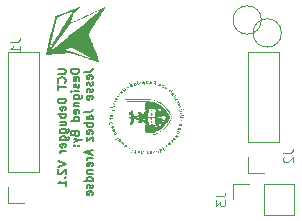
<source format=gbr>
%TF.GenerationSoftware,KiCad,Pcbnew,8.0.7*%
%TF.CreationDate,2025-01-03T12:22:39+02:00*%
%TF.ProjectId,debugger,64656275-6767-4657-922e-6b696361645f,rev?*%
%TF.SameCoordinates,Original*%
%TF.FileFunction,Legend,Bot*%
%TF.FilePolarity,Positive*%
%FSLAX46Y46*%
G04 Gerber Fmt 4.6, Leading zero omitted, Abs format (unit mm)*
G04 Created by KiCad (PCBNEW 8.0.7) date 2025-01-03 12:22:39*
%MOMM*%
%LPD*%
G01*
G04 APERTURE LIST*
%ADD10C,0.150000*%
%ADD11C,0.100000*%
%ADD12C,0.000000*%
%ADD13C,0.120000*%
%ADD14O,1.700000X1.700000*%
%ADD15R,1.700000X1.700000*%
%ADD16C,1.200000*%
G04 APERTURE END LIST*
D10*
X141605611Y-105675350D02*
X142172278Y-105675350D01*
X142172278Y-105675350D02*
X142238944Y-105708684D01*
X142238944Y-105708684D02*
X142272278Y-105742017D01*
X142272278Y-105742017D02*
X142305611Y-105808684D01*
X142305611Y-105808684D02*
X142305611Y-105942017D01*
X142305611Y-105942017D02*
X142272278Y-106008684D01*
X142272278Y-106008684D02*
X142238944Y-106042017D01*
X142238944Y-106042017D02*
X142172278Y-106075350D01*
X142172278Y-106075350D02*
X141605611Y-106075350D01*
X142238944Y-106808683D02*
X142272278Y-106775350D01*
X142272278Y-106775350D02*
X142305611Y-106675350D01*
X142305611Y-106675350D02*
X142305611Y-106608683D01*
X142305611Y-106608683D02*
X142272278Y-106508683D01*
X142272278Y-106508683D02*
X142205611Y-106442017D01*
X142205611Y-106442017D02*
X142138944Y-106408683D01*
X142138944Y-106408683D02*
X142005611Y-106375350D01*
X142005611Y-106375350D02*
X141905611Y-106375350D01*
X141905611Y-106375350D02*
X141772278Y-106408683D01*
X141772278Y-106408683D02*
X141705611Y-106442017D01*
X141705611Y-106442017D02*
X141638944Y-106508683D01*
X141638944Y-106508683D02*
X141605611Y-106608683D01*
X141605611Y-106608683D02*
X141605611Y-106675350D01*
X141605611Y-106675350D02*
X141638944Y-106775350D01*
X141638944Y-106775350D02*
X141672278Y-106808683D01*
X141605611Y-107008683D02*
X141605611Y-107408683D01*
X142305611Y-107208683D02*
X141605611Y-107208683D01*
X142305611Y-108175349D02*
X141605611Y-108175349D01*
X141605611Y-108175349D02*
X141605611Y-108342016D01*
X141605611Y-108342016D02*
X141638944Y-108442016D01*
X141638944Y-108442016D02*
X141705611Y-108508683D01*
X141705611Y-108508683D02*
X141772278Y-108542016D01*
X141772278Y-108542016D02*
X141905611Y-108575349D01*
X141905611Y-108575349D02*
X142005611Y-108575349D01*
X142005611Y-108575349D02*
X142138944Y-108542016D01*
X142138944Y-108542016D02*
X142205611Y-108508683D01*
X142205611Y-108508683D02*
X142272278Y-108442016D01*
X142272278Y-108442016D02*
X142305611Y-108342016D01*
X142305611Y-108342016D02*
X142305611Y-108175349D01*
X142272278Y-109142016D02*
X142305611Y-109075349D01*
X142305611Y-109075349D02*
X142305611Y-108942016D01*
X142305611Y-108942016D02*
X142272278Y-108875349D01*
X142272278Y-108875349D02*
X142205611Y-108842016D01*
X142205611Y-108842016D02*
X141938944Y-108842016D01*
X141938944Y-108842016D02*
X141872278Y-108875349D01*
X141872278Y-108875349D02*
X141838944Y-108942016D01*
X141838944Y-108942016D02*
X141838944Y-109075349D01*
X141838944Y-109075349D02*
X141872278Y-109142016D01*
X141872278Y-109142016D02*
X141938944Y-109175349D01*
X141938944Y-109175349D02*
X142005611Y-109175349D01*
X142005611Y-109175349D02*
X142072278Y-108842016D01*
X142305611Y-109475349D02*
X141605611Y-109475349D01*
X141872278Y-109475349D02*
X141838944Y-109542016D01*
X141838944Y-109542016D02*
X141838944Y-109675349D01*
X141838944Y-109675349D02*
X141872278Y-109742016D01*
X141872278Y-109742016D02*
X141905611Y-109775349D01*
X141905611Y-109775349D02*
X141972278Y-109808683D01*
X141972278Y-109808683D02*
X142172278Y-109808683D01*
X142172278Y-109808683D02*
X142238944Y-109775349D01*
X142238944Y-109775349D02*
X142272278Y-109742016D01*
X142272278Y-109742016D02*
X142305611Y-109675349D01*
X142305611Y-109675349D02*
X142305611Y-109542016D01*
X142305611Y-109542016D02*
X142272278Y-109475349D01*
X141838944Y-110408682D02*
X142305611Y-110408682D01*
X141838944Y-110108682D02*
X142205611Y-110108682D01*
X142205611Y-110108682D02*
X142272278Y-110142016D01*
X142272278Y-110142016D02*
X142305611Y-110208682D01*
X142305611Y-110208682D02*
X142305611Y-110308682D01*
X142305611Y-110308682D02*
X142272278Y-110375349D01*
X142272278Y-110375349D02*
X142238944Y-110408682D01*
X141838944Y-111042015D02*
X142405611Y-111042015D01*
X142405611Y-111042015D02*
X142472278Y-111008682D01*
X142472278Y-111008682D02*
X142505611Y-110975349D01*
X142505611Y-110975349D02*
X142538944Y-110908682D01*
X142538944Y-110908682D02*
X142538944Y-110808682D01*
X142538944Y-110808682D02*
X142505611Y-110742015D01*
X142272278Y-111042015D02*
X142305611Y-110975349D01*
X142305611Y-110975349D02*
X142305611Y-110842015D01*
X142305611Y-110842015D02*
X142272278Y-110775349D01*
X142272278Y-110775349D02*
X142238944Y-110742015D01*
X142238944Y-110742015D02*
X142172278Y-110708682D01*
X142172278Y-110708682D02*
X141972278Y-110708682D01*
X141972278Y-110708682D02*
X141905611Y-110742015D01*
X141905611Y-110742015D02*
X141872278Y-110775349D01*
X141872278Y-110775349D02*
X141838944Y-110842015D01*
X141838944Y-110842015D02*
X141838944Y-110975349D01*
X141838944Y-110975349D02*
X141872278Y-111042015D01*
X141838944Y-111675348D02*
X142405611Y-111675348D01*
X142405611Y-111675348D02*
X142472278Y-111642015D01*
X142472278Y-111642015D02*
X142505611Y-111608682D01*
X142505611Y-111608682D02*
X142538944Y-111542015D01*
X142538944Y-111542015D02*
X142538944Y-111442015D01*
X142538944Y-111442015D02*
X142505611Y-111375348D01*
X142272278Y-111675348D02*
X142305611Y-111608682D01*
X142305611Y-111608682D02*
X142305611Y-111475348D01*
X142305611Y-111475348D02*
X142272278Y-111408682D01*
X142272278Y-111408682D02*
X142238944Y-111375348D01*
X142238944Y-111375348D02*
X142172278Y-111342015D01*
X142172278Y-111342015D02*
X141972278Y-111342015D01*
X141972278Y-111342015D02*
X141905611Y-111375348D01*
X141905611Y-111375348D02*
X141872278Y-111408682D01*
X141872278Y-111408682D02*
X141838944Y-111475348D01*
X141838944Y-111475348D02*
X141838944Y-111608682D01*
X141838944Y-111608682D02*
X141872278Y-111675348D01*
X142272278Y-112275348D02*
X142305611Y-112208681D01*
X142305611Y-112208681D02*
X142305611Y-112075348D01*
X142305611Y-112075348D02*
X142272278Y-112008681D01*
X142272278Y-112008681D02*
X142205611Y-111975348D01*
X142205611Y-111975348D02*
X141938944Y-111975348D01*
X141938944Y-111975348D02*
X141872278Y-112008681D01*
X141872278Y-112008681D02*
X141838944Y-112075348D01*
X141838944Y-112075348D02*
X141838944Y-112208681D01*
X141838944Y-112208681D02*
X141872278Y-112275348D01*
X141872278Y-112275348D02*
X141938944Y-112308681D01*
X141938944Y-112308681D02*
X142005611Y-112308681D01*
X142005611Y-112308681D02*
X142072278Y-111975348D01*
X142305611Y-112608681D02*
X141838944Y-112608681D01*
X141972278Y-112608681D02*
X141905611Y-112642015D01*
X141905611Y-112642015D02*
X141872278Y-112675348D01*
X141872278Y-112675348D02*
X141838944Y-112742015D01*
X141838944Y-112742015D02*
X141838944Y-112808681D01*
X141605611Y-113475347D02*
X142305611Y-113708681D01*
X142305611Y-113708681D02*
X141605611Y-113942014D01*
X141672278Y-114142014D02*
X141638944Y-114175347D01*
X141638944Y-114175347D02*
X141605611Y-114242014D01*
X141605611Y-114242014D02*
X141605611Y-114408681D01*
X141605611Y-114408681D02*
X141638944Y-114475347D01*
X141638944Y-114475347D02*
X141672278Y-114508681D01*
X141672278Y-114508681D02*
X141738944Y-114542014D01*
X141738944Y-114542014D02*
X141805611Y-114542014D01*
X141805611Y-114542014D02*
X141905611Y-114508681D01*
X141905611Y-114508681D02*
X142305611Y-114108681D01*
X142305611Y-114108681D02*
X142305611Y-114542014D01*
X142238944Y-114842014D02*
X142272278Y-114875348D01*
X142272278Y-114875348D02*
X142305611Y-114842014D01*
X142305611Y-114842014D02*
X142272278Y-114808681D01*
X142272278Y-114808681D02*
X142238944Y-114842014D01*
X142238944Y-114842014D02*
X142305611Y-114842014D01*
X142305611Y-115542014D02*
X142305611Y-115142014D01*
X142305611Y-115342014D02*
X141605611Y-115342014D01*
X141605611Y-115342014D02*
X141705611Y-115275347D01*
X141705611Y-115275347D02*
X141772278Y-115208681D01*
X141772278Y-115208681D02*
X141805611Y-115142014D01*
X143432572Y-105675350D02*
X142732572Y-105675350D01*
X142732572Y-105675350D02*
X142732572Y-105842017D01*
X142732572Y-105842017D02*
X142765905Y-105942017D01*
X142765905Y-105942017D02*
X142832572Y-106008684D01*
X142832572Y-106008684D02*
X142899239Y-106042017D01*
X142899239Y-106042017D02*
X143032572Y-106075350D01*
X143032572Y-106075350D02*
X143132572Y-106075350D01*
X143132572Y-106075350D02*
X143265905Y-106042017D01*
X143265905Y-106042017D02*
X143332572Y-106008684D01*
X143332572Y-106008684D02*
X143399239Y-105942017D01*
X143399239Y-105942017D02*
X143432572Y-105842017D01*
X143432572Y-105842017D02*
X143432572Y-105675350D01*
X143399239Y-106642017D02*
X143432572Y-106575350D01*
X143432572Y-106575350D02*
X143432572Y-106442017D01*
X143432572Y-106442017D02*
X143399239Y-106375350D01*
X143399239Y-106375350D02*
X143332572Y-106342017D01*
X143332572Y-106342017D02*
X143065905Y-106342017D01*
X143065905Y-106342017D02*
X142999239Y-106375350D01*
X142999239Y-106375350D02*
X142965905Y-106442017D01*
X142965905Y-106442017D02*
X142965905Y-106575350D01*
X142965905Y-106575350D02*
X142999239Y-106642017D01*
X142999239Y-106642017D02*
X143065905Y-106675350D01*
X143065905Y-106675350D02*
X143132572Y-106675350D01*
X143132572Y-106675350D02*
X143199239Y-106342017D01*
X143399239Y-106942017D02*
X143432572Y-107008684D01*
X143432572Y-107008684D02*
X143432572Y-107142017D01*
X143432572Y-107142017D02*
X143399239Y-107208684D01*
X143399239Y-107208684D02*
X143332572Y-107242017D01*
X143332572Y-107242017D02*
X143299239Y-107242017D01*
X143299239Y-107242017D02*
X143232572Y-107208684D01*
X143232572Y-107208684D02*
X143199239Y-107142017D01*
X143199239Y-107142017D02*
X143199239Y-107042017D01*
X143199239Y-107042017D02*
X143165905Y-106975350D01*
X143165905Y-106975350D02*
X143099239Y-106942017D01*
X143099239Y-106942017D02*
X143065905Y-106942017D01*
X143065905Y-106942017D02*
X142999239Y-106975350D01*
X142999239Y-106975350D02*
X142965905Y-107042017D01*
X142965905Y-107042017D02*
X142965905Y-107142017D01*
X142965905Y-107142017D02*
X142999239Y-107208684D01*
X143432572Y-107542017D02*
X142965905Y-107542017D01*
X142732572Y-107542017D02*
X142765905Y-107508684D01*
X142765905Y-107508684D02*
X142799239Y-107542017D01*
X142799239Y-107542017D02*
X142765905Y-107575351D01*
X142765905Y-107575351D02*
X142732572Y-107542017D01*
X142732572Y-107542017D02*
X142799239Y-107542017D01*
X142965905Y-108175350D02*
X143532572Y-108175350D01*
X143532572Y-108175350D02*
X143599239Y-108142017D01*
X143599239Y-108142017D02*
X143632572Y-108108684D01*
X143632572Y-108108684D02*
X143665905Y-108042017D01*
X143665905Y-108042017D02*
X143665905Y-107942017D01*
X143665905Y-107942017D02*
X143632572Y-107875350D01*
X143399239Y-108175350D02*
X143432572Y-108108684D01*
X143432572Y-108108684D02*
X143432572Y-107975350D01*
X143432572Y-107975350D02*
X143399239Y-107908684D01*
X143399239Y-107908684D02*
X143365905Y-107875350D01*
X143365905Y-107875350D02*
X143299239Y-107842017D01*
X143299239Y-107842017D02*
X143099239Y-107842017D01*
X143099239Y-107842017D02*
X143032572Y-107875350D01*
X143032572Y-107875350D02*
X142999239Y-107908684D01*
X142999239Y-107908684D02*
X142965905Y-107975350D01*
X142965905Y-107975350D02*
X142965905Y-108108684D01*
X142965905Y-108108684D02*
X142999239Y-108175350D01*
X142965905Y-108508683D02*
X143432572Y-108508683D01*
X143032572Y-108508683D02*
X142999239Y-108542017D01*
X142999239Y-108542017D02*
X142965905Y-108608683D01*
X142965905Y-108608683D02*
X142965905Y-108708683D01*
X142965905Y-108708683D02*
X142999239Y-108775350D01*
X142999239Y-108775350D02*
X143065905Y-108808683D01*
X143065905Y-108808683D02*
X143432572Y-108808683D01*
X143399239Y-109408683D02*
X143432572Y-109342016D01*
X143432572Y-109342016D02*
X143432572Y-109208683D01*
X143432572Y-109208683D02*
X143399239Y-109142016D01*
X143399239Y-109142016D02*
X143332572Y-109108683D01*
X143332572Y-109108683D02*
X143065905Y-109108683D01*
X143065905Y-109108683D02*
X142999239Y-109142016D01*
X142999239Y-109142016D02*
X142965905Y-109208683D01*
X142965905Y-109208683D02*
X142965905Y-109342016D01*
X142965905Y-109342016D02*
X142999239Y-109408683D01*
X142999239Y-109408683D02*
X143065905Y-109442016D01*
X143065905Y-109442016D02*
X143132572Y-109442016D01*
X143132572Y-109442016D02*
X143199239Y-109108683D01*
X143432572Y-110042016D02*
X142732572Y-110042016D01*
X143399239Y-110042016D02*
X143432572Y-109975350D01*
X143432572Y-109975350D02*
X143432572Y-109842016D01*
X143432572Y-109842016D02*
X143399239Y-109775350D01*
X143399239Y-109775350D02*
X143365905Y-109742016D01*
X143365905Y-109742016D02*
X143299239Y-109708683D01*
X143299239Y-109708683D02*
X143099239Y-109708683D01*
X143099239Y-109708683D02*
X143032572Y-109742016D01*
X143032572Y-109742016D02*
X142999239Y-109775350D01*
X142999239Y-109775350D02*
X142965905Y-109842016D01*
X142965905Y-109842016D02*
X142965905Y-109975350D01*
X142965905Y-109975350D02*
X142999239Y-110042016D01*
X143065905Y-111142016D02*
X143099239Y-111242016D01*
X143099239Y-111242016D02*
X143132572Y-111275349D01*
X143132572Y-111275349D02*
X143199239Y-111308682D01*
X143199239Y-111308682D02*
X143299239Y-111308682D01*
X143299239Y-111308682D02*
X143365905Y-111275349D01*
X143365905Y-111275349D02*
X143399239Y-111242016D01*
X143399239Y-111242016D02*
X143432572Y-111175349D01*
X143432572Y-111175349D02*
X143432572Y-110908682D01*
X143432572Y-110908682D02*
X142732572Y-110908682D01*
X142732572Y-110908682D02*
X142732572Y-111142016D01*
X142732572Y-111142016D02*
X142765905Y-111208682D01*
X142765905Y-111208682D02*
X142799239Y-111242016D01*
X142799239Y-111242016D02*
X142865905Y-111275349D01*
X142865905Y-111275349D02*
X142932572Y-111275349D01*
X142932572Y-111275349D02*
X142999239Y-111242016D01*
X142999239Y-111242016D02*
X143032572Y-111208682D01*
X143032572Y-111208682D02*
X143065905Y-111142016D01*
X143065905Y-111142016D02*
X143065905Y-110908682D01*
X142965905Y-111542016D02*
X143432572Y-111708682D01*
X142965905Y-111875349D02*
X143432572Y-111708682D01*
X143432572Y-111708682D02*
X143599239Y-111642016D01*
X143599239Y-111642016D02*
X143632572Y-111608682D01*
X143632572Y-111608682D02*
X143665905Y-111542016D01*
X143365905Y-112142015D02*
X143399239Y-112175349D01*
X143399239Y-112175349D02*
X143432572Y-112142015D01*
X143432572Y-112142015D02*
X143399239Y-112108682D01*
X143399239Y-112108682D02*
X143365905Y-112142015D01*
X143365905Y-112142015D02*
X143432572Y-112142015D01*
X142999239Y-112142015D02*
X143032572Y-112175349D01*
X143032572Y-112175349D02*
X143065905Y-112142015D01*
X143065905Y-112142015D02*
X143032572Y-112108682D01*
X143032572Y-112108682D02*
X142999239Y-112142015D01*
X142999239Y-112142015D02*
X143065905Y-112142015D01*
X143859533Y-105875350D02*
X144359533Y-105875350D01*
X144359533Y-105875350D02*
X144459533Y-105842017D01*
X144459533Y-105842017D02*
X144526200Y-105775350D01*
X144526200Y-105775350D02*
X144559533Y-105675350D01*
X144559533Y-105675350D02*
X144559533Y-105608684D01*
X144526200Y-106475350D02*
X144559533Y-106408683D01*
X144559533Y-106408683D02*
X144559533Y-106275350D01*
X144559533Y-106275350D02*
X144526200Y-106208683D01*
X144526200Y-106208683D02*
X144459533Y-106175350D01*
X144459533Y-106175350D02*
X144192866Y-106175350D01*
X144192866Y-106175350D02*
X144126200Y-106208683D01*
X144126200Y-106208683D02*
X144092866Y-106275350D01*
X144092866Y-106275350D02*
X144092866Y-106408683D01*
X144092866Y-106408683D02*
X144126200Y-106475350D01*
X144126200Y-106475350D02*
X144192866Y-106508683D01*
X144192866Y-106508683D02*
X144259533Y-106508683D01*
X144259533Y-106508683D02*
X144326200Y-106175350D01*
X144526200Y-106775350D02*
X144559533Y-106842017D01*
X144559533Y-106842017D02*
X144559533Y-106975350D01*
X144559533Y-106975350D02*
X144526200Y-107042017D01*
X144526200Y-107042017D02*
X144459533Y-107075350D01*
X144459533Y-107075350D02*
X144426200Y-107075350D01*
X144426200Y-107075350D02*
X144359533Y-107042017D01*
X144359533Y-107042017D02*
X144326200Y-106975350D01*
X144326200Y-106975350D02*
X144326200Y-106875350D01*
X144326200Y-106875350D02*
X144292866Y-106808683D01*
X144292866Y-106808683D02*
X144226200Y-106775350D01*
X144226200Y-106775350D02*
X144192866Y-106775350D01*
X144192866Y-106775350D02*
X144126200Y-106808683D01*
X144126200Y-106808683D02*
X144092866Y-106875350D01*
X144092866Y-106875350D02*
X144092866Y-106975350D01*
X144092866Y-106975350D02*
X144126200Y-107042017D01*
X144526200Y-107342017D02*
X144559533Y-107408684D01*
X144559533Y-107408684D02*
X144559533Y-107542017D01*
X144559533Y-107542017D02*
X144526200Y-107608684D01*
X144526200Y-107608684D02*
X144459533Y-107642017D01*
X144459533Y-107642017D02*
X144426200Y-107642017D01*
X144426200Y-107642017D02*
X144359533Y-107608684D01*
X144359533Y-107608684D02*
X144326200Y-107542017D01*
X144326200Y-107542017D02*
X144326200Y-107442017D01*
X144326200Y-107442017D02*
X144292866Y-107375350D01*
X144292866Y-107375350D02*
X144226200Y-107342017D01*
X144226200Y-107342017D02*
X144192866Y-107342017D01*
X144192866Y-107342017D02*
X144126200Y-107375350D01*
X144126200Y-107375350D02*
X144092866Y-107442017D01*
X144092866Y-107442017D02*
X144092866Y-107542017D01*
X144092866Y-107542017D02*
X144126200Y-107608684D01*
X144526200Y-108208684D02*
X144559533Y-108142017D01*
X144559533Y-108142017D02*
X144559533Y-108008684D01*
X144559533Y-108008684D02*
X144526200Y-107942017D01*
X144526200Y-107942017D02*
X144459533Y-107908684D01*
X144459533Y-107908684D02*
X144192866Y-107908684D01*
X144192866Y-107908684D02*
X144126200Y-107942017D01*
X144126200Y-107942017D02*
X144092866Y-108008684D01*
X144092866Y-108008684D02*
X144092866Y-108142017D01*
X144092866Y-108142017D02*
X144126200Y-108208684D01*
X144126200Y-108208684D02*
X144192866Y-108242017D01*
X144192866Y-108242017D02*
X144259533Y-108242017D01*
X144259533Y-108242017D02*
X144326200Y-107908684D01*
X143859533Y-109275350D02*
X144359533Y-109275350D01*
X144359533Y-109275350D02*
X144459533Y-109242017D01*
X144459533Y-109242017D02*
X144526200Y-109175350D01*
X144526200Y-109175350D02*
X144559533Y-109075350D01*
X144559533Y-109075350D02*
X144559533Y-109008684D01*
X144559533Y-109908683D02*
X144192866Y-109908683D01*
X144192866Y-109908683D02*
X144126200Y-109875350D01*
X144126200Y-109875350D02*
X144092866Y-109808683D01*
X144092866Y-109808683D02*
X144092866Y-109675350D01*
X144092866Y-109675350D02*
X144126200Y-109608683D01*
X144526200Y-109908683D02*
X144559533Y-109842017D01*
X144559533Y-109842017D02*
X144559533Y-109675350D01*
X144559533Y-109675350D02*
X144526200Y-109608683D01*
X144526200Y-109608683D02*
X144459533Y-109575350D01*
X144459533Y-109575350D02*
X144392866Y-109575350D01*
X144392866Y-109575350D02*
X144326200Y-109608683D01*
X144326200Y-109608683D02*
X144292866Y-109675350D01*
X144292866Y-109675350D02*
X144292866Y-109842017D01*
X144292866Y-109842017D02*
X144259533Y-109908683D01*
X144559533Y-110242016D02*
X143859533Y-110242016D01*
X144126200Y-110242016D02*
X144092866Y-110308683D01*
X144092866Y-110308683D02*
X144092866Y-110442016D01*
X144092866Y-110442016D02*
X144126200Y-110508683D01*
X144126200Y-110508683D02*
X144159533Y-110542016D01*
X144159533Y-110542016D02*
X144226200Y-110575350D01*
X144226200Y-110575350D02*
X144426200Y-110575350D01*
X144426200Y-110575350D02*
X144492866Y-110542016D01*
X144492866Y-110542016D02*
X144526200Y-110508683D01*
X144526200Y-110508683D02*
X144559533Y-110442016D01*
X144559533Y-110442016D02*
X144559533Y-110308683D01*
X144559533Y-110308683D02*
X144526200Y-110242016D01*
X144526200Y-111142016D02*
X144559533Y-111075349D01*
X144559533Y-111075349D02*
X144559533Y-110942016D01*
X144559533Y-110942016D02*
X144526200Y-110875349D01*
X144526200Y-110875349D02*
X144459533Y-110842016D01*
X144459533Y-110842016D02*
X144192866Y-110842016D01*
X144192866Y-110842016D02*
X144126200Y-110875349D01*
X144126200Y-110875349D02*
X144092866Y-110942016D01*
X144092866Y-110942016D02*
X144092866Y-111075349D01*
X144092866Y-111075349D02*
X144126200Y-111142016D01*
X144126200Y-111142016D02*
X144192866Y-111175349D01*
X144192866Y-111175349D02*
X144259533Y-111175349D01*
X144259533Y-111175349D02*
X144326200Y-110842016D01*
X144092866Y-111408683D02*
X144092866Y-111775349D01*
X144092866Y-111775349D02*
X144559533Y-111408683D01*
X144559533Y-111408683D02*
X144559533Y-111775349D01*
X144359533Y-112542016D02*
X144359533Y-112875349D01*
X144559533Y-112475349D02*
X143859533Y-112708683D01*
X143859533Y-112708683D02*
X144559533Y-112942016D01*
X144559533Y-113175349D02*
X144092866Y-113175349D01*
X144226200Y-113175349D02*
X144159533Y-113208683D01*
X144159533Y-113208683D02*
X144126200Y-113242016D01*
X144126200Y-113242016D02*
X144092866Y-113308683D01*
X144092866Y-113308683D02*
X144092866Y-113375349D01*
X144526200Y-113875349D02*
X144559533Y-113808682D01*
X144559533Y-113808682D02*
X144559533Y-113675349D01*
X144559533Y-113675349D02*
X144526200Y-113608682D01*
X144526200Y-113608682D02*
X144459533Y-113575349D01*
X144459533Y-113575349D02*
X144192866Y-113575349D01*
X144192866Y-113575349D02*
X144126200Y-113608682D01*
X144126200Y-113608682D02*
X144092866Y-113675349D01*
X144092866Y-113675349D02*
X144092866Y-113808682D01*
X144092866Y-113808682D02*
X144126200Y-113875349D01*
X144126200Y-113875349D02*
X144192866Y-113908682D01*
X144192866Y-113908682D02*
X144259533Y-113908682D01*
X144259533Y-113908682D02*
X144326200Y-113575349D01*
X144092866Y-114208682D02*
X144559533Y-114208682D01*
X144159533Y-114208682D02*
X144126200Y-114242016D01*
X144126200Y-114242016D02*
X144092866Y-114308682D01*
X144092866Y-114308682D02*
X144092866Y-114408682D01*
X144092866Y-114408682D02*
X144126200Y-114475349D01*
X144126200Y-114475349D02*
X144192866Y-114508682D01*
X144192866Y-114508682D02*
X144559533Y-114508682D01*
X144559533Y-115142015D02*
X143859533Y-115142015D01*
X144526200Y-115142015D02*
X144559533Y-115075349D01*
X144559533Y-115075349D02*
X144559533Y-114942015D01*
X144559533Y-114942015D02*
X144526200Y-114875349D01*
X144526200Y-114875349D02*
X144492866Y-114842015D01*
X144492866Y-114842015D02*
X144426200Y-114808682D01*
X144426200Y-114808682D02*
X144226200Y-114808682D01*
X144226200Y-114808682D02*
X144159533Y-114842015D01*
X144159533Y-114842015D02*
X144126200Y-114875349D01*
X144126200Y-114875349D02*
X144092866Y-114942015D01*
X144092866Y-114942015D02*
X144092866Y-115075349D01*
X144092866Y-115075349D02*
X144126200Y-115142015D01*
X144526200Y-115442015D02*
X144559533Y-115508682D01*
X144559533Y-115508682D02*
X144559533Y-115642015D01*
X144559533Y-115642015D02*
X144526200Y-115708682D01*
X144526200Y-115708682D02*
X144459533Y-115742015D01*
X144459533Y-115742015D02*
X144426200Y-115742015D01*
X144426200Y-115742015D02*
X144359533Y-115708682D01*
X144359533Y-115708682D02*
X144326200Y-115642015D01*
X144326200Y-115642015D02*
X144326200Y-115542015D01*
X144326200Y-115542015D02*
X144292866Y-115475348D01*
X144292866Y-115475348D02*
X144226200Y-115442015D01*
X144226200Y-115442015D02*
X144192866Y-115442015D01*
X144192866Y-115442015D02*
X144126200Y-115475348D01*
X144126200Y-115475348D02*
X144092866Y-115542015D01*
X144092866Y-115542015D02*
X144092866Y-115642015D01*
X144092866Y-115642015D02*
X144126200Y-115708682D01*
X144526200Y-116308682D02*
X144559533Y-116242015D01*
X144559533Y-116242015D02*
X144559533Y-116108682D01*
X144559533Y-116108682D02*
X144526200Y-116042015D01*
X144526200Y-116042015D02*
X144459533Y-116008682D01*
X144459533Y-116008682D02*
X144192866Y-116008682D01*
X144192866Y-116008682D02*
X144126200Y-116042015D01*
X144126200Y-116042015D02*
X144092866Y-116108682D01*
X144092866Y-116108682D02*
X144092866Y-116242015D01*
X144092866Y-116242015D02*
X144126200Y-116308682D01*
X144126200Y-116308682D02*
X144192866Y-116342015D01*
X144192866Y-116342015D02*
X144259533Y-116342015D01*
X144259533Y-116342015D02*
X144326200Y-116008682D01*
D11*
X155014895Y-116423333D02*
X155586323Y-116423333D01*
X155586323Y-116423333D02*
X155700609Y-116385238D01*
X155700609Y-116385238D02*
X155776800Y-116309047D01*
X155776800Y-116309047D02*
X155814895Y-116194762D01*
X155814895Y-116194762D02*
X155814895Y-116118571D01*
X155014895Y-116728095D02*
X155014895Y-117223333D01*
X155014895Y-117223333D02*
X155319657Y-116956667D01*
X155319657Y-116956667D02*
X155319657Y-117070952D01*
X155319657Y-117070952D02*
X155357752Y-117147143D01*
X155357752Y-117147143D02*
X155395847Y-117185238D01*
X155395847Y-117185238D02*
X155472038Y-117223333D01*
X155472038Y-117223333D02*
X155662514Y-117223333D01*
X155662514Y-117223333D02*
X155738704Y-117185238D01*
X155738704Y-117185238D02*
X155776800Y-117147143D01*
X155776800Y-117147143D02*
X155814895Y-117070952D01*
X155814895Y-117070952D02*
X155814895Y-116842381D01*
X155814895Y-116842381D02*
X155776800Y-116766190D01*
X155776800Y-116766190D02*
X155738704Y-116728095D01*
X160727895Y-112763333D02*
X161299323Y-112763333D01*
X161299323Y-112763333D02*
X161413609Y-112725238D01*
X161413609Y-112725238D02*
X161489800Y-112649047D01*
X161489800Y-112649047D02*
X161527895Y-112534762D01*
X161527895Y-112534762D02*
X161527895Y-112458571D01*
X160804085Y-113106190D02*
X160765990Y-113144286D01*
X160765990Y-113144286D02*
X160727895Y-113220476D01*
X160727895Y-113220476D02*
X160727895Y-113410952D01*
X160727895Y-113410952D02*
X160765990Y-113487143D01*
X160765990Y-113487143D02*
X160804085Y-113525238D01*
X160804085Y-113525238D02*
X160880276Y-113563333D01*
X160880276Y-113563333D02*
X160956466Y-113563333D01*
X160956466Y-113563333D02*
X161070752Y-113525238D01*
X161070752Y-113525238D02*
X161527895Y-113068095D01*
X161527895Y-113068095D02*
X161527895Y-113563333D01*
X137613895Y-103365333D02*
X138185323Y-103365333D01*
X138185323Y-103365333D02*
X138299609Y-103327238D01*
X138299609Y-103327238D02*
X138375800Y-103251047D01*
X138375800Y-103251047D02*
X138413895Y-103136762D01*
X138413895Y-103136762D02*
X138413895Y-103060571D01*
X138413895Y-104165333D02*
X138413895Y-103708190D01*
X138413895Y-103936762D02*
X137613895Y-103936762D01*
X137613895Y-103936762D02*
X137728180Y-103860571D01*
X137728180Y-103860571D02*
X137804371Y-103784381D01*
X137804371Y-103784381D02*
X137842466Y-103708190D01*
D12*
%TO.C,G\u002A\u002A\u002A*%
G36*
X145629095Y-100399596D02*
G01*
X145631963Y-100402365D01*
X145646361Y-100418082D01*
X145650159Y-100423942D01*
X145644071Y-100433970D01*
X145626324Y-100462339D01*
X145597697Y-100507822D01*
X145558966Y-100569191D01*
X145510908Y-100645218D01*
X145454302Y-100734675D01*
X145389923Y-100836336D01*
X145318550Y-100948972D01*
X145240960Y-101071355D01*
X145157930Y-101202259D01*
X145070237Y-101340455D01*
X144978658Y-101484716D01*
X144936995Y-101550327D01*
X144843948Y-101697013D01*
X144754525Y-101838308D01*
X144669498Y-101972979D01*
X144589639Y-102099786D01*
X144515723Y-102217492D01*
X144448520Y-102324857D01*
X144388804Y-102420644D01*
X144337349Y-102503614D01*
X144294927Y-102572530D01*
X144262310Y-102626153D01*
X144240272Y-102663244D01*
X144229586Y-102682567D01*
X144228679Y-102685119D01*
X144233520Y-102697267D01*
X144246352Y-102729568D01*
X144266622Y-102780619D01*
X144293767Y-102849019D01*
X144327238Y-102933368D01*
X144366476Y-103032264D01*
X144410926Y-103144306D01*
X144460031Y-103268094D01*
X144513237Y-103402225D01*
X144569986Y-103545298D01*
X144629723Y-103695913D01*
X144691893Y-103852668D01*
X144698937Y-103870429D01*
X144773096Y-104057421D01*
X144839135Y-104224047D01*
X144897464Y-104371499D01*
X144948493Y-104500970D01*
X144992632Y-104613655D01*
X145030289Y-104710745D01*
X145061876Y-104793434D01*
X145087803Y-104862916D01*
X145108478Y-104920383D01*
X145124311Y-104967029D01*
X145135714Y-105004046D01*
X145143094Y-105032628D01*
X145146863Y-105053967D01*
X145147430Y-105069259D01*
X145145205Y-105079693D01*
X145140597Y-105086465D01*
X145134017Y-105090768D01*
X145125874Y-105093795D01*
X145119797Y-105095687D01*
X145106344Y-105092891D01*
X145072348Y-105083097D01*
X145019220Y-105066762D01*
X144948369Y-105044353D01*
X144861206Y-105016325D01*
X144759141Y-104983143D01*
X144643584Y-104945266D01*
X144601002Y-104931218D01*
X144581376Y-104924744D01*
X144515944Y-104903156D01*
X144377633Y-104857274D01*
X144230060Y-104808082D01*
X144226258Y-104806809D01*
X144595207Y-104806809D01*
X144601002Y-104812605D01*
X144606800Y-104806809D01*
X144601003Y-104801012D01*
X144595207Y-104806809D01*
X144226258Y-104806809D01*
X144074635Y-104756039D01*
X143912769Y-104701607D01*
X143854706Y-104682027D01*
X142609916Y-104261943D01*
X141802767Y-104350720D01*
X141633840Y-104369414D01*
X141486226Y-104386017D01*
X141358166Y-104400757D01*
X141247903Y-104413862D01*
X141153678Y-104425559D01*
X141073735Y-104436079D01*
X141006316Y-104445647D01*
X140949661Y-104454492D01*
X140922724Y-104459213D01*
X140902017Y-104462843D01*
X140900327Y-104463181D01*
X140861621Y-104470927D01*
X140841070Y-104475525D01*
X140768370Y-104491472D01*
X140714278Y-104500273D01*
X140675232Y-104501550D01*
X140647663Y-104494925D01*
X140628008Y-104480022D01*
X140612700Y-104456462D01*
X140610032Y-104451067D01*
X140608359Y-104445205D01*
X140607842Y-104435928D01*
X140608737Y-104422148D01*
X140611303Y-104402775D01*
X140615795Y-104376721D01*
X140622473Y-104342899D01*
X140631591Y-104300219D01*
X140643409Y-104247592D01*
X140658182Y-104183930D01*
X140659390Y-104178839D01*
X140922724Y-104178839D01*
X140924137Y-104178477D01*
X140935057Y-104170050D01*
X140962938Y-104147827D01*
X141006842Y-104112568D01*
X141065830Y-104065035D01*
X141130681Y-104012680D01*
X142265038Y-104012680D01*
X142275729Y-104016905D01*
X142306641Y-104027962D01*
X142356028Y-104045257D01*
X142422145Y-104068195D01*
X142503249Y-104096185D01*
X142597595Y-104128630D01*
X142703438Y-104164939D01*
X142819032Y-104204516D01*
X142942634Y-104246767D01*
X143072500Y-104291102D01*
X143206883Y-104336923D01*
X143344043Y-104383636D01*
X143482230Y-104430652D01*
X143619703Y-104477372D01*
X143754716Y-104523205D01*
X143885524Y-104567556D01*
X144010383Y-104609834D01*
X144127549Y-104649439D01*
X144235277Y-104685782D01*
X144331822Y-104718271D01*
X144415439Y-104746307D01*
X144484385Y-104769300D01*
X144536915Y-104786654D01*
X144571281Y-104797776D01*
X144576194Y-104799316D01*
X144581376Y-104800306D01*
X144579815Y-104797786D01*
X144570445Y-104791151D01*
X144552193Y-104779794D01*
X144523991Y-104763113D01*
X144484770Y-104740499D01*
X144433459Y-104711349D01*
X144368990Y-104675056D01*
X144290294Y-104631016D01*
X144196300Y-104578623D01*
X144085939Y-104517272D01*
X143958143Y-104446357D01*
X143811841Y-104365273D01*
X143700419Y-104303564D01*
X142857799Y-103837000D01*
X142561418Y-103921317D01*
X142482690Y-103943967D01*
X142411825Y-103964843D01*
X142351727Y-103983050D01*
X142305295Y-103997692D01*
X142275432Y-104007876D01*
X142265038Y-104012680D01*
X141130681Y-104012680D01*
X141138965Y-104005992D01*
X141225307Y-103936199D01*
X141323919Y-103856418D01*
X141433863Y-103767411D01*
X141554200Y-103669940D01*
X141683993Y-103564767D01*
X141822303Y-103452654D01*
X141968192Y-103334362D01*
X142120722Y-103210654D01*
X142278955Y-103082291D01*
X142441952Y-102950036D01*
X142608776Y-102814649D01*
X142778487Y-102676894D01*
X142950149Y-102537531D01*
X143122822Y-102397323D01*
X143295569Y-102257032D01*
X143467451Y-102117419D01*
X143637530Y-101979246D01*
X143804869Y-101843276D01*
X143968528Y-101710270D01*
X144127570Y-101580989D01*
X144281056Y-101456197D01*
X144428049Y-101336654D01*
X144567610Y-101223122D01*
X144698801Y-101116364D01*
X144820683Y-101017142D01*
X144932319Y-100926216D01*
X145032770Y-100844350D01*
X145121099Y-100772304D01*
X145196367Y-100710841D01*
X145257636Y-100660723D01*
X145303967Y-100622712D01*
X145334423Y-100597568D01*
X145348065Y-100586055D01*
X145348744Y-100585379D01*
X145341188Y-100584912D01*
X145336654Y-100587308D01*
X145324879Y-100593147D01*
X145293441Y-100608379D01*
X145243596Y-100632402D01*
X145176602Y-100664612D01*
X145093717Y-100704407D01*
X144996197Y-100751185D01*
X144885299Y-100804343D01*
X144762280Y-100863278D01*
X144628399Y-100927389D01*
X144484911Y-100996071D01*
X144333074Y-101068723D01*
X144174145Y-101144741D01*
X144009382Y-101223525D01*
X143994778Y-101230506D01*
X142664992Y-101866233D01*
X142030165Y-102704709D01*
X141882783Y-102899380D01*
X141748789Y-103076393D01*
X141627568Y-103236569D01*
X141518504Y-103380726D01*
X141420981Y-103509686D01*
X141334384Y-103624270D01*
X141258097Y-103725297D01*
X141191504Y-103813587D01*
X141133990Y-103889964D01*
X141084939Y-103955243D01*
X141043735Y-104010248D01*
X141009763Y-104055798D01*
X140982408Y-104092715D01*
X140961051Y-104121817D01*
X140945079Y-104143927D01*
X140933876Y-104159863D01*
X140926827Y-104170447D01*
X140923314Y-104176499D01*
X140922724Y-104178839D01*
X140659390Y-104178839D01*
X140676170Y-104108144D01*
X140697625Y-104019145D01*
X140704225Y-103992073D01*
X140900326Y-103992073D01*
X140906514Y-103983258D01*
X140924093Y-103955646D01*
X140952432Y-103910266D01*
X140990901Y-103848148D01*
X141038871Y-103770321D01*
X141095714Y-103677814D01*
X141160796Y-103571657D01*
X141233488Y-103452879D01*
X141313162Y-103322509D01*
X141399186Y-103181577D01*
X141490930Y-103031111D01*
X141587767Y-102872142D01*
X141689062Y-102705698D01*
X141794188Y-102532810D01*
X141890150Y-102374867D01*
X141998155Y-102196979D01*
X142102817Y-102024491D01*
X142203508Y-101858441D01*
X142299600Y-101699868D01*
X142390468Y-101549809D01*
X142475485Y-101409303D01*
X142554022Y-101279387D01*
X142625454Y-101161100D01*
X142689153Y-101055480D01*
X142744493Y-100963565D01*
X142790846Y-100886393D01*
X142827585Y-100825003D01*
X142854084Y-100780432D01*
X142869715Y-100753719D01*
X142873983Y-100745807D01*
X142863095Y-100749808D01*
X142832883Y-100762539D01*
X142785158Y-100783201D01*
X142721732Y-100810993D01*
X142644420Y-100845115D01*
X142555029Y-100884768D01*
X142455375Y-100929151D01*
X142347268Y-100977464D01*
X142232521Y-101028908D01*
X142217104Y-101035831D01*
X141563668Y-101329348D01*
X141230724Y-102656531D01*
X141187883Y-102827454D01*
X141146687Y-102992118D01*
X141107481Y-103149126D01*
X141070610Y-103297082D01*
X141036419Y-103434588D01*
X141005256Y-103560247D01*
X140977464Y-103672663D01*
X140953389Y-103770439D01*
X140933378Y-103852177D01*
X140917776Y-103916481D01*
X140906927Y-103961954D01*
X140901179Y-103987198D01*
X140900326Y-103992073D01*
X140704225Y-103992073D01*
X140722809Y-103915846D01*
X140751978Y-103797156D01*
X140785388Y-103661988D01*
X140823297Y-103509254D01*
X140865963Y-103337863D01*
X140913640Y-103146728D01*
X140966588Y-102934760D01*
X140996099Y-102816707D01*
X141046149Y-102616879D01*
X141094269Y-102425463D01*
X141140168Y-102243591D01*
X141183555Y-102072385D01*
X141224139Y-101912976D01*
X141261629Y-101766491D01*
X141295734Y-101634056D01*
X141326164Y-101516798D01*
X141352627Y-101415845D01*
X141374836Y-101332325D01*
X141392493Y-101267363D01*
X141405315Y-101222088D01*
X141413006Y-101197628D01*
X141414843Y-101193548D01*
X141437294Y-101178500D01*
X141470985Y-101165541D01*
X141480794Y-101163034D01*
X141498781Y-101157219D01*
X141536657Y-101143557D01*
X141592738Y-101122695D01*
X141665338Y-101095279D01*
X141752773Y-101061953D01*
X141853357Y-101023365D01*
X141965406Y-100980159D01*
X142087233Y-100932981D01*
X142217154Y-100882478D01*
X142353484Y-100829294D01*
X142438931Y-100795867D01*
X142579066Y-100740998D01*
X142714311Y-100688061D01*
X142842921Y-100637739D01*
X142963154Y-100590712D01*
X143073264Y-100547663D01*
X143171508Y-100509273D01*
X143256142Y-100476223D01*
X143325422Y-100449195D01*
X143377605Y-100428871D01*
X143410943Y-100415932D01*
X143420898Y-100412103D01*
X143460245Y-100397858D01*
X143484330Y-100392012D01*
X143499242Y-100393928D01*
X143510816Y-100402713D01*
X143521953Y-100423606D01*
X143520039Y-100435832D01*
X143509244Y-100446822D01*
X143482878Y-100470693D01*
X143443193Y-100505496D01*
X143392440Y-100549280D01*
X143332870Y-100600095D01*
X143266733Y-100655994D01*
X143238840Y-100679425D01*
X143170484Y-100736809D01*
X143107512Y-100789788D01*
X143052220Y-100836420D01*
X143006907Y-100874764D01*
X142973868Y-100902878D01*
X142955402Y-100918820D01*
X142952626Y-100921339D01*
X142946639Y-100934797D01*
X142935184Y-100967417D01*
X142919158Y-101016208D01*
X142899457Y-101078184D01*
X142876979Y-101150356D01*
X142852618Y-101229737D01*
X142827274Y-101313334D01*
X142801842Y-101398164D01*
X142777219Y-101481236D01*
X142754303Y-101559562D01*
X142733990Y-101630155D01*
X142717176Y-101690024D01*
X142704759Y-101736183D01*
X142697636Y-101765643D01*
X142696369Y-101775234D01*
X142706866Y-101771070D01*
X142736817Y-101757580D01*
X142784774Y-101735457D01*
X142849282Y-101705393D01*
X142928888Y-101668079D01*
X143022139Y-101624207D01*
X143127582Y-101574470D01*
X143243764Y-101519556D01*
X143369232Y-101460161D01*
X143502533Y-101396976D01*
X143642214Y-101330691D01*
X143786821Y-101262000D01*
X143934903Y-101191594D01*
X144085005Y-101120164D01*
X144235675Y-101048403D01*
X144385460Y-100977002D01*
X144532906Y-100906654D01*
X144676561Y-100838050D01*
X144814971Y-100771881D01*
X144946685Y-100708841D01*
X145070247Y-100649618D01*
X145184207Y-100594910D01*
X145287109Y-100545403D01*
X145377502Y-100501792D01*
X145453933Y-100464767D01*
X145514948Y-100435021D01*
X145559094Y-100413245D01*
X145584919Y-100400133D01*
X145588491Y-100398207D01*
X145611119Y-100390313D01*
X145629095Y-100399596D01*
G37*
D13*
%TO.C,J3*%
X161650000Y-118020000D02*
X161650000Y-115360000D01*
X161650000Y-118020000D02*
X159050000Y-118020000D01*
X161650000Y-115360000D02*
X159050000Y-115360000D01*
X159050000Y-118020000D02*
X159050000Y-115360000D01*
X156450000Y-116690000D02*
X156450000Y-115360000D01*
X156450000Y-115360000D02*
X157780000Y-115360000D01*
D12*
%TO.C,G\u002A\u002A\u002A*%
G36*
X149027828Y-112938648D02*
G01*
X149034236Y-112950869D01*
X149023366Y-112973953D01*
X148991385Y-112984769D01*
X148978280Y-112981378D01*
X148963231Y-112955461D01*
X148969616Y-112937626D01*
X148996765Y-112925948D01*
X149027828Y-112938648D01*
G37*
G36*
X150663077Y-112545154D02*
G01*
X150665334Y-112546632D01*
X150681925Y-112575065D01*
X150665291Y-112602401D01*
X150652403Y-112603841D01*
X150625265Y-112585755D01*
X150615922Y-112558992D01*
X150631560Y-112539884D01*
X150663077Y-112545154D01*
G37*
G36*
X151782750Y-107936802D02*
G01*
X151789159Y-107949023D01*
X151778289Y-107972106D01*
X151746308Y-107982923D01*
X151733203Y-107979532D01*
X151718154Y-107953615D01*
X151724539Y-107935780D01*
X151751688Y-107924102D01*
X151782750Y-107936802D01*
G37*
G36*
X146128451Y-108695025D02*
G01*
X146135460Y-108700326D01*
X146149692Y-108725384D01*
X146143511Y-108743817D01*
X146116277Y-108758067D01*
X146085467Y-108747128D01*
X146081076Y-108741769D01*
X146078662Y-108713414D01*
X146098654Y-108692741D01*
X146128451Y-108695025D01*
G37*
G36*
X146734144Y-107639948D02*
G01*
X146741153Y-107645249D01*
X146755385Y-107670308D01*
X146749204Y-107688740D01*
X146721969Y-107702990D01*
X146691159Y-107692051D01*
X146686768Y-107686692D01*
X146684354Y-107658337D01*
X146704346Y-107637665D01*
X146734144Y-107639948D01*
G37*
G36*
X147715650Y-112312472D02*
G01*
X147725708Y-112327752D01*
X147728540Y-112366267D01*
X147718504Y-112391579D01*
X147689194Y-112408863D01*
X147657154Y-112400677D01*
X147638468Y-112366910D01*
X147647311Y-112329928D01*
X147678078Y-112307572D01*
X147715650Y-112312472D01*
G37*
G36*
X147906451Y-112680871D02*
G01*
X147913460Y-112686172D01*
X147927692Y-112711231D01*
X147921511Y-112729663D01*
X147894278Y-112743914D01*
X147863467Y-112732974D01*
X147859076Y-112727615D01*
X147856662Y-112699260D01*
X147876654Y-112678588D01*
X147906451Y-112680871D01*
G37*
G36*
X150036144Y-112798101D02*
G01*
X150043152Y-112803402D01*
X150057385Y-112828461D01*
X150051204Y-112846894D01*
X150023969Y-112861144D01*
X149993159Y-112850205D01*
X149988767Y-112844845D01*
X149986354Y-112816491D01*
X150006345Y-112795819D01*
X150036144Y-112798101D01*
G37*
G36*
X151364759Y-107444563D02*
G01*
X151371767Y-107449864D01*
X151386000Y-107474923D01*
X151379819Y-107493355D01*
X151352584Y-107507606D01*
X151321774Y-107496667D01*
X151317384Y-107491307D01*
X151314970Y-107462953D01*
X151334961Y-107442281D01*
X151364759Y-107444563D01*
G37*
G36*
X152100089Y-109983271D02*
G01*
X152116149Y-109996451D01*
X152128461Y-110033848D01*
X152117809Y-110064484D01*
X152079615Y-110073539D01*
X152042842Y-110065529D01*
X152030769Y-110035614D01*
X152033601Y-110013429D01*
X152057850Y-109982556D01*
X152100089Y-109983271D01*
G37*
G36*
X152263529Y-109046717D02*
G01*
X152270537Y-109052018D01*
X152284769Y-109077077D01*
X152278588Y-109095510D01*
X152251354Y-109109760D01*
X152220544Y-109098820D01*
X152216152Y-109093461D01*
X152213739Y-109065107D01*
X152233731Y-109044434D01*
X152263529Y-109046717D01*
G37*
G36*
X147601856Y-107182814D02*
G01*
X147615077Y-107220923D01*
X147614058Y-107233336D01*
X147594069Y-107267240D01*
X147559335Y-107274090D01*
X147524137Y-107249409D01*
X147518833Y-107241913D01*
X147507576Y-107212113D01*
X147525449Y-107184948D01*
X147546426Y-107171325D01*
X147584254Y-107168792D01*
X147601856Y-107182814D01*
G37*
G36*
X151283567Y-107556798D02*
G01*
X151283094Y-107577471D01*
X151259767Y-107609733D01*
X151210183Y-107660510D01*
X151181361Y-107686908D01*
X151138337Y-107716786D01*
X151114131Y-107718206D01*
X151114347Y-107699065D01*
X151135095Y-107661896D01*
X151169460Y-107617855D01*
X151208815Y-107576774D01*
X151244534Y-107548486D01*
X151267989Y-107542826D01*
X151283567Y-107556798D01*
G37*
G36*
X146853254Y-107754009D02*
G01*
X146908314Y-107798949D01*
X146934465Y-107822833D01*
X146970157Y-107865753D01*
X146976930Y-107894365D01*
X146953133Y-107904769D01*
X146940839Y-107900730D01*
X146906275Y-107877357D01*
X146863748Y-107841098D01*
X146822990Y-107801135D01*
X146793732Y-107766649D01*
X146785707Y-107746820D01*
X146797827Y-107733526D01*
X146818863Y-107733238D01*
X146853254Y-107754009D01*
G37*
G36*
X152113420Y-109084422D02*
G01*
X152129996Y-109099023D01*
X152132649Y-109115385D01*
X152110178Y-109132284D01*
X152054526Y-109149969D01*
X151983927Y-109167014D01*
X151939974Y-109172820D01*
X151918935Y-109166331D01*
X151913538Y-109147410D01*
X151917239Y-109138061D01*
X151950673Y-109116172D01*
X152013431Y-109096087D01*
X152027295Y-109092818D01*
X152082698Y-109082442D01*
X152113420Y-109084422D01*
G37*
G36*
X146276318Y-108752985D02*
G01*
X146350200Y-108775670D01*
X146387934Y-108789989D01*
X146424389Y-108812481D01*
X146429314Y-108835408D01*
X146420659Y-108848394D01*
X146393435Y-108854902D01*
X146386004Y-108852215D01*
X146344344Y-108838575D01*
X146288495Y-108821378D01*
X146267943Y-108814342D01*
X146225289Y-108792311D01*
X146208308Y-108771138D01*
X146211600Y-108756237D01*
X146232058Y-108746569D01*
X146276318Y-108752985D01*
G37*
G36*
X151665074Y-108016396D02*
G01*
X151678726Y-108037807D01*
X151667078Y-108054421D01*
X151631809Y-108082223D01*
X151583746Y-108113031D01*
X151533975Y-108140329D01*
X151493583Y-108157602D01*
X151473654Y-108158334D01*
X151467943Y-108144577D01*
X151473996Y-108122793D01*
X151502822Y-108094381D01*
X151559843Y-108052696D01*
X151586675Y-108035625D01*
X151631591Y-108014269D01*
X151658392Y-108011522D01*
X151665074Y-108016396D01*
G37*
G36*
X151855047Y-108335177D02*
G01*
X151880897Y-108377684D01*
X151907711Y-108442077D01*
X151808048Y-108493830D01*
X151764308Y-108514965D01*
X151717651Y-108533180D01*
X151693731Y-108536638D01*
X151679206Y-108517816D01*
X151695268Y-108489674D01*
X151747461Y-108457680D01*
X151753040Y-108454959D01*
X151801047Y-108420904D01*
X151815846Y-108380996D01*
X151817677Y-108356189D01*
X151831898Y-108328118D01*
X151855047Y-108335177D01*
G37*
G36*
X148021220Y-112394290D02*
G01*
X148030937Y-112409496D01*
X148025778Y-112441164D01*
X148004883Y-112498752D01*
X147990255Y-112536560D01*
X147973353Y-112582723D01*
X147966769Y-112604492D01*
X147962736Y-112608912D01*
X147935343Y-112613538D01*
X147918438Y-112607749D01*
X147913160Y-112582132D01*
X147925623Y-112531718D01*
X147956437Y-112451821D01*
X147959175Y-112445426D01*
X147987249Y-112399324D01*
X148014657Y-112391182D01*
X148021220Y-112394290D01*
G37*
G36*
X149015608Y-112613769D02*
G01*
X149031155Y-112626152D01*
X149039134Y-112662698D01*
X149041385Y-112730770D01*
X149041326Y-112744894D01*
X149038231Y-112807081D01*
X149029093Y-112838997D01*
X149012078Y-112848000D01*
X149008546Y-112847769D01*
X148992999Y-112835386D01*
X148985020Y-112798840D01*
X148982769Y-112730769D01*
X148982827Y-112716644D01*
X148985922Y-112654457D01*
X148995059Y-112622540D01*
X149012077Y-112613538D01*
X149015608Y-112613769D01*
G37*
G36*
X149948569Y-112505840D02*
G01*
X149962345Y-112539475D01*
X149983360Y-112603769D01*
X149994654Y-112639352D01*
X150010300Y-112692919D01*
X150013983Y-112720401D01*
X150005872Y-112729349D01*
X149986138Y-112727317D01*
X149982604Y-112726230D01*
X149957425Y-112699948D01*
X149934099Y-112650997D01*
X149916998Y-112593533D01*
X149910491Y-112541714D01*
X149918951Y-112509696D01*
X149924642Y-112504121D01*
X149937509Y-112496257D01*
X149948569Y-112505840D01*
G37*
G36*
X150517054Y-112270779D02*
G01*
X150537523Y-112301422D01*
X150571915Y-112359538D01*
X150575794Y-112366141D01*
X150607571Y-112422472D01*
X150620713Y-112454934D01*
X150617066Y-112472060D01*
X150598474Y-112482383D01*
X150580515Y-112477822D01*
X150551065Y-112447734D01*
X150520429Y-112401007D01*
X150494943Y-112349144D01*
X150480947Y-112303647D01*
X150484777Y-112276022D01*
X150492873Y-112267940D01*
X150504255Y-112261616D01*
X150517054Y-112270779D01*
G37*
G36*
X151216737Y-107403021D02*
G01*
X151202582Y-107442473D01*
X151162180Y-107496466D01*
X151098544Y-107560193D01*
X151055399Y-107595480D01*
X151013401Y-107619241D01*
X150992677Y-107617066D01*
X150996723Y-107590014D01*
X151029039Y-107539143D01*
X151042987Y-107519790D01*
X151071400Y-107471642D01*
X151082848Y-107437768D01*
X151086712Y-107422658D01*
X151109633Y-107412107D01*
X151125615Y-107412074D01*
X151162508Y-107395773D01*
X151178664Y-107386255D01*
X151207967Y-107385649D01*
X151216737Y-107403021D01*
G37*
G36*
X146201965Y-108881350D02*
G01*
X146264856Y-108905157D01*
X146277035Y-108911177D01*
X146326268Y-108931926D01*
X146358977Y-108940308D01*
X146371546Y-108944575D01*
X146384153Y-108972058D01*
X146382111Y-108986038D01*
X146364580Y-108995622D01*
X146320655Y-108988544D01*
X146262413Y-108978148D01*
X146203423Y-108973529D01*
X146166565Y-108969474D01*
X146149692Y-108958358D01*
X146141644Y-108946572D01*
X146109540Y-108930197D01*
X146086627Y-108917662D01*
X146076973Y-108894688D01*
X146096018Y-108877688D01*
X146141844Y-108871980D01*
X146201965Y-108881350D01*
G37*
G36*
X146441950Y-108351248D02*
G01*
X146503397Y-108374635D01*
X146541221Y-108393583D01*
X146582881Y-108418559D01*
X146599077Y-108434494D01*
X146588874Y-108456150D01*
X146551802Y-108459439D01*
X146491103Y-108437898D01*
X146478146Y-108431774D01*
X146437105Y-108415360D01*
X146414155Y-108416907D01*
X146395829Y-108436166D01*
X146378054Y-108452491D01*
X146347912Y-108453598D01*
X146335095Y-108437342D01*
X146353705Y-108413715D01*
X146369151Y-108396477D01*
X146373852Y-108372828D01*
X146370789Y-108351365D01*
X146395376Y-108343458D01*
X146441950Y-108351248D01*
G37*
G36*
X146753447Y-107869192D02*
G01*
X146790747Y-107927900D01*
X146818179Y-107976686D01*
X146842277Y-108022936D01*
X146851978Y-108046423D01*
X146850082Y-108053688D01*
X146828556Y-108060133D01*
X146779375Y-108055015D01*
X146697786Y-108038073D01*
X146667182Y-108029883D01*
X146621232Y-108009993D01*
X146607948Y-107991813D01*
X146628416Y-107979904D01*
X146683718Y-107978827D01*
X146754472Y-107984500D01*
X146720866Y-107925944D01*
X146715833Y-107916918D01*
X146699384Y-107872976D01*
X146708938Y-107845709D01*
X146727356Y-107843023D01*
X146753447Y-107869192D01*
G37*
G36*
X150100840Y-112481496D02*
G01*
X150127445Y-112533877D01*
X150134981Y-112551173D01*
X150162118Y-112597627D01*
X150187141Y-112621662D01*
X150200516Y-112630610D01*
X150201003Y-112657338D01*
X150193378Y-112674487D01*
X150185112Y-112719263D01*
X150181271Y-112738541D01*
X150164237Y-112761524D01*
X150144806Y-112766300D01*
X150135538Y-112746074D01*
X150133181Y-112731811D01*
X150112632Y-112696140D01*
X150098560Y-112674422D01*
X150085832Y-112628732D01*
X150078985Y-112579969D01*
X150067219Y-112520731D01*
X150063793Y-112503618D01*
X150063702Y-112465208D01*
X150077823Y-112458220D01*
X150100840Y-112481496D01*
G37*
G36*
X152050314Y-108803548D02*
G01*
X152048522Y-108833170D01*
X152014057Y-108874013D01*
X152006760Y-108880456D01*
X151978739Y-108907353D01*
X151978594Y-108917974D01*
X152004748Y-108920153D01*
X152032635Y-108922387D01*
X152078017Y-108932629D01*
X152093116Y-108941797D01*
X152108922Y-108970785D01*
X152100921Y-108984906D01*
X152069140Y-108990477D01*
X152006346Y-108986583D01*
X151978678Y-108983674D01*
X151903324Y-108973251D01*
X151864336Y-108959518D01*
X151859647Y-108938011D01*
X151887193Y-108904267D01*
X151944910Y-108853824D01*
X151998261Y-108812672D01*
X152032411Y-108796118D01*
X152050314Y-108803548D01*
G37*
G36*
X147108637Y-107583908D02*
G01*
X147152341Y-107628287D01*
X147178571Y-107662372D01*
X147181343Y-107684143D01*
X147164004Y-107700659D01*
X147153531Y-107701408D01*
X147119212Y-107684500D01*
X147076043Y-107649096D01*
X147039479Y-107616446D01*
X147007843Y-107599564D01*
X146986253Y-107607469D01*
X146977865Y-107625648D01*
X146988883Y-107657383D01*
X147025365Y-107707880D01*
X147054935Y-107749757D01*
X147070322Y-107788778D01*
X147059571Y-107802536D01*
X147027003Y-107787985D01*
X146976935Y-107742074D01*
X146938882Y-107695122D01*
X146915572Y-107641271D01*
X146926619Y-107595499D01*
X146971868Y-107551965D01*
X147032044Y-107509117D01*
X147108637Y-107583908D01*
G37*
G36*
X149233813Y-112623600D02*
G01*
X149257959Y-112660841D01*
X149286323Y-112716115D01*
X149296750Y-112738640D01*
X149322288Y-112797284D01*
X149331765Y-112830260D01*
X149326312Y-112844765D01*
X149307066Y-112848000D01*
X149304161Y-112847672D01*
X149279095Y-112827145D01*
X149256176Y-112784500D01*
X149232684Y-112721000D01*
X149205363Y-112784500D01*
X149202126Y-112791576D01*
X149174827Y-112831648D01*
X149147162Y-112848000D01*
X149132523Y-112845924D01*
X149122795Y-112832799D01*
X149128598Y-112818146D01*
X149145231Y-112774524D01*
X149167360Y-112715569D01*
X149184523Y-112673523D01*
X149206666Y-112630294D01*
X149221989Y-112613538D01*
X149233813Y-112623600D01*
G37*
G36*
X149660135Y-109147816D02*
G01*
X149666615Y-109184538D01*
X149665818Y-109196829D01*
X149648080Y-109228521D01*
X149612327Y-109230310D01*
X149565577Y-109201049D01*
X149547278Y-109185216D01*
X149532464Y-109180796D01*
X149529547Y-109205933D01*
X149529518Y-109208354D01*
X149525525Y-109230064D01*
X149511815Y-109215618D01*
X149504997Y-109200218D01*
X149504435Y-109161887D01*
X149507714Y-109155516D01*
X149537407Y-109137652D01*
X149575173Y-109141029D01*
X149600934Y-109165000D01*
X149608478Y-109178708D01*
X149631719Y-109194308D01*
X149640128Y-109190144D01*
X149640011Y-109165000D01*
X149636939Y-109150014D01*
X149647690Y-109135692D01*
X149660135Y-109147816D01*
G37*
G36*
X150314640Y-106916313D02*
G01*
X150386280Y-106946548D01*
X150343948Y-107054385D01*
X150333544Y-107079814D01*
X150304117Y-107137845D01*
X150282791Y-107158793D01*
X150271192Y-107143833D01*
X150270947Y-107094138D01*
X150283683Y-107010884D01*
X150287229Y-106981605D01*
X150279427Y-106949577D01*
X150258188Y-106947003D01*
X150230075Y-106972714D01*
X150201643Y-107025538D01*
X150192748Y-107045507D01*
X150166506Y-107087122D01*
X150143186Y-107103692D01*
X150140014Y-107103595D01*
X150119825Y-107090497D01*
X150123458Y-107053099D01*
X150151131Y-106988237D01*
X150171696Y-106950843D01*
X150209244Y-106908630D01*
X150253783Y-106898489D01*
X150314640Y-106916313D01*
G37*
G36*
X151639566Y-107848948D02*
G01*
X151633207Y-107870056D01*
X151614449Y-107903906D01*
X151591066Y-107936911D01*
X151571022Y-107958019D01*
X151562280Y-107956181D01*
X151558746Y-107953535D01*
X151533661Y-107964090D01*
X151492505Y-107992097D01*
X151487587Y-107995790D01*
X151430672Y-108028473D01*
X151389929Y-108032038D01*
X151385653Y-108030230D01*
X151374356Y-108017715D01*
X151387885Y-107996550D01*
X151429961Y-107960035D01*
X151453109Y-107940030D01*
X151489062Y-107901639D01*
X151503231Y-107874782D01*
X151508554Y-107861003D01*
X151537423Y-107849977D01*
X151557670Y-107848906D01*
X151605808Y-107836903D01*
X151627663Y-107831829D01*
X151639566Y-107848948D01*
G37*
G36*
X148382114Y-106696763D02*
G01*
X148396615Y-106722692D01*
X148398590Y-106736146D01*
X148414200Y-106752000D01*
X148416744Y-106752732D01*
X148427443Y-106775965D01*
X148431785Y-106821687D01*
X148431864Y-106829857D01*
X148435695Y-106877444D01*
X148443508Y-106903097D01*
X148451678Y-106916783D01*
X148455668Y-106953962D01*
X148446701Y-106989895D01*
X148427640Y-107006000D01*
X148424093Y-107005560D01*
X148402458Y-106982009D01*
X148386848Y-106927857D01*
X148383739Y-106912114D01*
X148367527Y-106862360D01*
X148348470Y-106835049D01*
X148341289Y-106828361D01*
X148331171Y-106793804D01*
X148334122Y-106748901D01*
X148347716Y-106709986D01*
X148369525Y-106693384D01*
X148382114Y-106696763D01*
G37*
G36*
X149542872Y-109583585D02*
G01*
X149553216Y-109594948D01*
X149584709Y-109619814D01*
X149603090Y-109620260D01*
X149600934Y-109594846D01*
X149597863Y-109579860D01*
X149608613Y-109565538D01*
X149621785Y-109572696D01*
X149627386Y-109600874D01*
X149618585Y-109634572D01*
X149597503Y-109656444D01*
X149570979Y-109656648D01*
X149532464Y-109636293D01*
X149528475Y-109632756D01*
X149495716Y-109609751D01*
X149477034Y-109606210D01*
X149481000Y-109624154D01*
X149484053Y-109631722D01*
X149472384Y-109643692D01*
X149470593Y-109643631D01*
X149453340Y-109628681D01*
X149456941Y-109597881D01*
X149479914Y-109566439D01*
X149486981Y-109561105D01*
X149512553Y-109556873D01*
X149542872Y-109583585D01*
G37*
G36*
X149819015Y-112578369D02*
G01*
X149835085Y-112599084D01*
X149837674Y-112638149D01*
X149803385Y-112681923D01*
X149793274Y-112691509D01*
X149767739Y-112725392D01*
X149771942Y-112743092D01*
X149805695Y-112739805D01*
X149835171Y-112735571D01*
X149838269Y-112753142D01*
X149817129Y-112777829D01*
X149776018Y-112785952D01*
X149734061Y-112769067D01*
X149711131Y-112738839D01*
X149711649Y-112694602D01*
X149747073Y-112655711D01*
X149773560Y-112631835D01*
X149767439Y-112608854D01*
X149750831Y-112598519D01*
X149719376Y-112610288D01*
X149691426Y-112623243D01*
X149676309Y-112611288D01*
X149688716Y-112581144D01*
X149724157Y-112559890D01*
X149775554Y-112557603D01*
X149819015Y-112578369D01*
G37*
G36*
X150763727Y-107171541D02*
G01*
X150766192Y-107228336D01*
X150765998Y-107231581D01*
X150765581Y-107275570D01*
X150774992Y-107289028D01*
X150799296Y-107279833D01*
X150822783Y-107265014D01*
X150848230Y-107241210D01*
X150856990Y-107233789D01*
X150888395Y-107233636D01*
X150889736Y-107234156D01*
X150911315Y-107247202D01*
X150909574Y-107264613D01*
X150881081Y-107291575D01*
X150822400Y-107333269D01*
X150770932Y-107366191D01*
X150717392Y-107392169D01*
X150690608Y-107390918D01*
X150689955Y-107362577D01*
X150693417Y-107348623D01*
X150703210Y-107297810D01*
X150713155Y-107234730D01*
X150717776Y-107208560D01*
X150733849Y-107162337D01*
X150751055Y-107149770D01*
X150763727Y-107171541D01*
G37*
G36*
X146213783Y-109818814D02*
G01*
X146254690Y-109829259D01*
X146266923Y-109848846D01*
X146263349Y-109861277D01*
X146236951Y-109874318D01*
X146179000Y-109878154D01*
X146141708Y-109879345D01*
X146102583Y-109888144D01*
X146091078Y-109907461D01*
X146087673Y-109921129D01*
X146061769Y-109936769D01*
X146048287Y-109934565D01*
X146032461Y-109917231D01*
X146032164Y-109914230D01*
X146013243Y-109899656D01*
X145975565Y-109898885D01*
X145934176Y-109910200D01*
X145904126Y-109931884D01*
X145892818Y-109946684D01*
X145877934Y-109955386D01*
X145865594Y-109931636D01*
X145862379Y-109893511D01*
X145891462Y-109856919D01*
X145954538Y-109831277D01*
X146049469Y-109817390D01*
X146174114Y-109816055D01*
X146213783Y-109818814D01*
G37*
G36*
X147379579Y-112027396D02*
G01*
X147403119Y-112038182D01*
X147398888Y-112070884D01*
X147366597Y-112127992D01*
X147339797Y-112172365D01*
X147329340Y-112206182D01*
X147339811Y-112228443D01*
X147358062Y-112236761D01*
X147383974Y-112222301D01*
X147422969Y-112178820D01*
X147443840Y-112154865D01*
X147478402Y-112123858D01*
X147499731Y-112116473D01*
X147510612Y-112125198D01*
X147514662Y-112144414D01*
X147497918Y-112176050D01*
X147457347Y-112228087D01*
X147423786Y-112264855D01*
X147377329Y-112295056D01*
X147333884Y-112290575D01*
X147286405Y-112252413D01*
X147241042Y-112204578D01*
X147301998Y-112115980D01*
X147327818Y-112080347D01*
X147359638Y-112042197D01*
X147378297Y-112027384D01*
X147379579Y-112027396D01*
G37*
G36*
X148532647Y-112554528D02*
G01*
X148560654Y-112581630D01*
X148572195Y-112638648D01*
X148572189Y-112639770D01*
X148565519Y-112719502D01*
X148547765Y-112771068D01*
X148520664Y-112789384D01*
X148520661Y-112789384D01*
X148504806Y-112781253D01*
X148500304Y-112751413D01*
X148505921Y-112691692D01*
X148508085Y-112674730D01*
X148511816Y-112623821D01*
X148505477Y-112599940D01*
X148487337Y-112594000D01*
X148483324Y-112594359D01*
X148456430Y-112618833D01*
X148433654Y-112681923D01*
X148419046Y-112726543D01*
X148396521Y-112764220D01*
X148376712Y-112772682D01*
X148365559Y-112750582D01*
X148368994Y-112696577D01*
X148390023Y-112618858D01*
X148426175Y-112560798D01*
X148473979Y-112539127D01*
X148532647Y-112554528D01*
G37*
G36*
X149620058Y-109273932D02*
G01*
X149656258Y-109283079D01*
X149666615Y-109302922D01*
X149663446Y-109317451D01*
X149644396Y-109319651D01*
X149619486Y-109322622D01*
X149588281Y-109350855D01*
X149572229Y-109368317D01*
X149533739Y-109384869D01*
X149503203Y-109368400D01*
X149493218Y-109331077D01*
X149520077Y-109331077D01*
X149524077Y-109336413D01*
X149550538Y-109350615D01*
X149554899Y-109350056D01*
X149568923Y-109331077D01*
X149565195Y-109321739D01*
X149538462Y-109311538D01*
X149524506Y-109314351D01*
X149520077Y-109331077D01*
X149493218Y-109331077D01*
X149490769Y-109321922D01*
X149491120Y-109308156D01*
X149498761Y-109284394D01*
X149524457Y-109274461D01*
X149538462Y-109273944D01*
X149578692Y-109272461D01*
X149620058Y-109273932D01*
G37*
G36*
X146171853Y-109514161D02*
G01*
X146193018Y-109514591D01*
X146247385Y-109545999D01*
X146273201Y-109581620D01*
X146286461Y-109624155D01*
X146276658Y-109659774D01*
X146247385Y-109702308D01*
X146205581Y-109730107D01*
X146146448Y-109739493D01*
X146090503Y-109723634D01*
X146048817Y-109686208D01*
X146032461Y-109630895D01*
X146033475Y-109626096D01*
X146096787Y-109626096D01*
X146105976Y-109657944D01*
X146139503Y-109676425D01*
X146191522Y-109672126D01*
X146218510Y-109655446D01*
X146224852Y-109621932D01*
X146196901Y-109583719D01*
X146171853Y-109569620D01*
X146133401Y-109578535D01*
X146117781Y-109590294D01*
X146096787Y-109626096D01*
X146033475Y-109626096D01*
X146042385Y-109583927D01*
X146079372Y-109537957D01*
X146133298Y-109513377D01*
X146171853Y-109514161D01*
G37*
G36*
X146796102Y-111421748D02*
G01*
X146815061Y-111432695D01*
X146802975Y-111460524D01*
X146762110Y-111502184D01*
X146694727Y-111554625D01*
X146652358Y-111585632D01*
X146609776Y-111621774D01*
X146593350Y-111646555D01*
X146598504Y-111665232D01*
X146610261Y-111685823D01*
X146597070Y-111706240D01*
X146576573Y-111703083D01*
X146542016Y-111677578D01*
X146504973Y-111638796D01*
X146475296Y-111597224D01*
X146462833Y-111563346D01*
X146462862Y-111561433D01*
X146477497Y-111541960D01*
X146504991Y-111541899D01*
X146525279Y-111561760D01*
X146543793Y-111563931D01*
X146587924Y-111543734D01*
X146652835Y-111503144D01*
X146660657Y-111497862D01*
X146720683Y-111459287D01*
X146768155Y-111432026D01*
X146793389Y-111421692D01*
X146796102Y-111421748D01*
G37*
G36*
X148256928Y-112485436D02*
G01*
X148252111Y-112518761D01*
X148235272Y-112586378D01*
X148226111Y-112679100D01*
X148237726Y-112769316D01*
X148248573Y-112820073D01*
X148251493Y-112854109D01*
X148241168Y-112863884D01*
X148215717Y-112856876D01*
X148212124Y-112855062D01*
X148188916Y-112825103D01*
X148172512Y-112775882D01*
X148159490Y-112706471D01*
X148106893Y-112756862D01*
X148093784Y-112768881D01*
X148055041Y-112793211D01*
X148025186Y-112788239D01*
X148019040Y-112783484D01*
X148014106Y-112766367D01*
X148032493Y-112739592D01*
X148078173Y-112696266D01*
X148087259Y-112687968D01*
X148145842Y-112620116D01*
X148177100Y-112554953D01*
X148198193Y-112504264D01*
X148229682Y-112479713D01*
X148239336Y-112478250D01*
X148256928Y-112485436D01*
G37*
G36*
X148624459Y-106735161D02*
G01*
X148647175Y-106767726D01*
X148648219Y-106809543D01*
X148621308Y-106849692D01*
X148597473Y-106876543D01*
X148596570Y-106900545D01*
X148626192Y-106907286D01*
X148644593Y-106905885D01*
X148675038Y-106906057D01*
X148680248Y-106907220D01*
X148691168Y-106921851D01*
X148675674Y-106942592D01*
X148640592Y-106958963D01*
X148613489Y-106962212D01*
X148566878Y-106948124D01*
X148538678Y-106914479D01*
X148535185Y-106871688D01*
X148562692Y-106830154D01*
X148565837Y-106827460D01*
X148588572Y-106798085D01*
X148587776Y-106778123D01*
X148563318Y-106778364D01*
X148553208Y-106781491D01*
X148527679Y-106777346D01*
X148526920Y-106756599D01*
X148553625Y-106732086D01*
X148586356Y-106722767D01*
X148624459Y-106735161D01*
G37*
G36*
X150737813Y-112020112D02*
G01*
X150796089Y-112051272D01*
X150881548Y-112101501D01*
X150896900Y-112110795D01*
X150968674Y-112158014D01*
X151008467Y-112192021D01*
X151014484Y-112211331D01*
X150984300Y-112217239D01*
X150929073Y-112198458D01*
X150862524Y-112166723D01*
X150872835Y-112243592D01*
X150876402Y-112279278D01*
X150872185Y-112311615D01*
X150853782Y-112320461D01*
X150842992Y-112317240D01*
X150824534Y-112286959D01*
X150811307Y-112221623D01*
X150808765Y-112203576D01*
X150795808Y-112147913D01*
X150772443Y-112112575D01*
X150729813Y-112082439D01*
X150714487Y-112072693D01*
X150679587Y-112042748D01*
X150669581Y-112020084D01*
X150669829Y-112019428D01*
X150680308Y-112006351D01*
X150701094Y-112005858D01*
X150737813Y-112020112D01*
G37*
G36*
X146213171Y-110161195D02*
G01*
X146277580Y-110199650D01*
X146291766Y-110215992D01*
X146317835Y-110265050D01*
X146326909Y-110313991D01*
X146318114Y-110351588D01*
X146290576Y-110366615D01*
X146264132Y-110354913D01*
X146256384Y-110313970D01*
X146251336Y-110282083D01*
X146220861Y-110240698D01*
X146172284Y-110218260D01*
X146116610Y-110216374D01*
X146064848Y-110236646D01*
X146028001Y-110280679D01*
X146015242Y-110327735D01*
X146029770Y-110369567D01*
X146039739Y-110386595D01*
X146040401Y-110403373D01*
X146009143Y-110402311D01*
X145996745Y-110399329D01*
X145964132Y-110371312D01*
X145952427Y-110324788D01*
X145960531Y-110270475D01*
X145987346Y-110219092D01*
X146031774Y-110181355D01*
X146047802Y-110173709D01*
X146133005Y-110152282D01*
X146213171Y-110161195D01*
G37*
G36*
X146859845Y-111578029D02*
G01*
X146905256Y-111582047D01*
X146954473Y-111616799D01*
X146978274Y-111653532D01*
X146989846Y-111688514D01*
X146977237Y-111722175D01*
X146941383Y-111764027D01*
X146895740Y-111798276D01*
X146853965Y-111812461D01*
X146840697Y-111811048D01*
X146792154Y-111787133D01*
X146752350Y-111744521D01*
X146739161Y-111706862D01*
X146804231Y-111706862D01*
X146804852Y-111715331D01*
X146823721Y-111743938D01*
X146859528Y-111747635D01*
X146899551Y-111724119D01*
X146920350Y-111699496D01*
X146928182Y-111665676D01*
X146899267Y-111642662D01*
X146859845Y-111640700D01*
X146820774Y-111664712D01*
X146804231Y-111706862D01*
X146739161Y-111706862D01*
X146735846Y-111697395D01*
X146751685Y-111639173D01*
X146792665Y-111597363D01*
X146847587Y-111576944D01*
X146859845Y-111578029D01*
G37*
G36*
X151313778Y-111684845D02*
G01*
X151334274Y-111708131D01*
X151343218Y-111758731D01*
X151344604Y-111771875D01*
X151354401Y-111814719D01*
X151367641Y-111832000D01*
X151371996Y-111831441D01*
X151386000Y-111812461D01*
X151386568Y-111807791D01*
X151405538Y-111792923D01*
X151422184Y-111804110D01*
X151421673Y-111834022D01*
X151401631Y-111867169D01*
X151372629Y-111885008D01*
X151328219Y-111888056D01*
X151295404Y-111866751D01*
X151286695Y-111837347D01*
X151284792Y-111788597D01*
X151285160Y-111776349D01*
X151276118Y-111741798D01*
X151256939Y-111735970D01*
X151236759Y-111763615D01*
X151221413Y-111787313D01*
X151200456Y-111788235D01*
X151190615Y-111756238D01*
X151199950Y-111719963D01*
X151237078Y-111686452D01*
X151292117Y-111679077D01*
X151313778Y-111684845D01*
G37*
G36*
X152110201Y-109244483D02*
G01*
X152151541Y-109254818D01*
X152176077Y-109285871D01*
X152183579Y-109348459D01*
X152183326Y-109361909D01*
X152177975Y-109405103D01*
X152157691Y-109425407D01*
X152111534Y-109436136D01*
X152071205Y-109442232D01*
X152002362Y-109447463D01*
X151964311Y-109439879D01*
X151952615Y-109419000D01*
X151961036Y-109400782D01*
X151996577Y-109389425D01*
X151997518Y-109389419D01*
X152068060Y-109381861D01*
X152112307Y-109362306D01*
X152124153Y-109333435D01*
X152114388Y-109315909D01*
X152084432Y-109307142D01*
X152025514Y-109308413D01*
X151976467Y-109310154D01*
X151942622Y-109303917D01*
X151933077Y-109286532D01*
X151933204Y-109284892D01*
X151953124Y-109266314D01*
X151997954Y-109252125D01*
X152054660Y-109244218D01*
X152110201Y-109244483D01*
G37*
G36*
X148734072Y-112601389D02*
G01*
X148739384Y-112632156D01*
X148734659Y-112693694D01*
X148730573Y-112731285D01*
X148729642Y-112771351D01*
X148738645Y-112786746D01*
X148760003Y-112786313D01*
X148768995Y-112783699D01*
X148793460Y-112758022D01*
X148806923Y-112701461D01*
X148809636Y-112683161D01*
X148825632Y-112635397D01*
X148853735Y-112616630D01*
X148879694Y-112617969D01*
X148878158Y-112642462D01*
X148870114Y-112675735D01*
X148865538Y-112728633D01*
X148864990Y-112746165D01*
X148848303Y-112807229D01*
X148807742Y-112837494D01*
X148742495Y-112837684D01*
X148734642Y-112836185D01*
X148691155Y-112823608D01*
X148673572Y-112800379D01*
X148670421Y-112753018D01*
X148670467Y-112746964D01*
X148677199Y-112664872D01*
X148694283Y-112612440D01*
X148720358Y-112594000D01*
X148734072Y-112601389D01*
G37*
G36*
X149173524Y-106677063D02*
G01*
X149192061Y-106677111D01*
X149246356Y-106685631D01*
X149274686Y-106708763D01*
X149288429Y-106749918D01*
X149294790Y-106805280D01*
X149293478Y-106826086D01*
X149268916Y-106881045D01*
X149217326Y-106911579D01*
X149143961Y-106913905D01*
X149138126Y-106912979D01*
X149104935Y-106905321D01*
X149087800Y-106889326D01*
X149081411Y-106854747D01*
X149080789Y-106813246D01*
X149142308Y-106813246D01*
X149153306Y-106843739D01*
X149187923Y-106859461D01*
X149190062Y-106859401D01*
X149220268Y-106842051D01*
X149235035Y-106805235D01*
X149231665Y-106765533D01*
X149207457Y-106739525D01*
X149173523Y-106737286D01*
X149146983Y-106763164D01*
X149142308Y-106813246D01*
X149080789Y-106813246D01*
X149080461Y-106791337D01*
X149080461Y-106678802D01*
X149167819Y-106677048D01*
X149173524Y-106677063D01*
G37*
G36*
X149630438Y-109413272D02*
G01*
X149644729Y-109429458D01*
X149647076Y-109466723D01*
X149647070Y-109468373D01*
X149641344Y-109509455D01*
X149628152Y-109526461D01*
X149620339Y-109523057D01*
X149619714Y-109499130D01*
X149619832Y-109498819D01*
X149618528Y-109469968D01*
X149600025Y-109455779D01*
X149578889Y-109467527D01*
X149574648Y-109473110D01*
X149547078Y-109487384D01*
X149539873Y-109485112D01*
X149541182Y-109465311D01*
X149544979Y-109454135D01*
X149527682Y-109452684D01*
X149513629Y-109464338D01*
X149507056Y-109499181D01*
X149507075Y-109499292D01*
X149507199Y-109523434D01*
X149490570Y-109513883D01*
X149479686Y-109497096D01*
X149474453Y-109455267D01*
X149479779Y-109440828D01*
X149507135Y-109421964D01*
X149564207Y-109412992D01*
X149593329Y-109411114D01*
X149630438Y-109413272D01*
G37*
G36*
X151749307Y-108144329D02*
G01*
X151775204Y-108173422D01*
X151790814Y-108203360D01*
X151791560Y-108230919D01*
X151769140Y-108266608D01*
X151756177Y-108282336D01*
X151730500Y-108293436D01*
X151690067Y-108280111D01*
X151676388Y-108273926D01*
X151638577Y-108259227D01*
X151623305Y-108262437D01*
X151620461Y-108284141D01*
X151622514Y-108295949D01*
X151644885Y-108320542D01*
X151654001Y-108326059D01*
X151653717Y-108345903D01*
X151636224Y-108354469D01*
X151606786Y-108342381D01*
X151582022Y-108309042D01*
X151571615Y-108264101D01*
X151571946Y-108245700D01*
X151578875Y-108220022D01*
X151603168Y-108210850D01*
X151655625Y-108211411D01*
X151670471Y-108212014D01*
X151714713Y-108210954D01*
X151730830Y-108200743D01*
X151727577Y-108177218D01*
X151725216Y-108168269D01*
X151729080Y-108142895D01*
X151749307Y-108144329D01*
G37*
G36*
X146375322Y-108550316D02*
G01*
X146389548Y-108566944D01*
X146403692Y-108609393D01*
X146404376Y-108620868D01*
X146417606Y-108652023D01*
X146438788Y-108656471D01*
X146456132Y-108629658D01*
X146466101Y-108604938D01*
X146484126Y-108588615D01*
X146486809Y-108588819D01*
X146501384Y-108606354D01*
X146500310Y-108641638D01*
X146486360Y-108679770D01*
X146462308Y-108705846D01*
X146451405Y-108710796D01*
X146400749Y-108713107D01*
X146361099Y-108685954D01*
X146345077Y-108636774D01*
X146340302Y-108605315D01*
X146325539Y-108588615D01*
X146316064Y-108592522D01*
X146306000Y-108619551D01*
X146303078Y-108634269D01*
X146284996Y-108643487D01*
X146278978Y-108640850D01*
X146265458Y-108622319D01*
X146265999Y-108615101D01*
X146266923Y-108580163D01*
X146269954Y-108567081D01*
X146296799Y-108543984D01*
X146337585Y-108536836D01*
X146375322Y-108550316D01*
G37*
G36*
X148234580Y-106849604D02*
G01*
X148274887Y-106893230D01*
X148292407Y-106947818D01*
X148289254Y-107007119D01*
X148261240Y-107048846D01*
X148211466Y-107064615D01*
X148179357Y-107068947D01*
X148152385Y-107084154D01*
X148144266Y-107095080D01*
X148122236Y-107100961D01*
X148099559Y-107070525D01*
X148074988Y-107002454D01*
X148060656Y-106954281D01*
X148058216Y-106944379D01*
X148123077Y-106944379D01*
X148123821Y-106956030D01*
X148141668Y-106997290D01*
X148174609Y-107016668D01*
X148211000Y-107006000D01*
X148226525Y-106990184D01*
X148238244Y-106948885D01*
X148211249Y-106908515D01*
X148172713Y-106893279D01*
X148137894Y-106906668D01*
X148123077Y-106944379D01*
X148058216Y-106944379D01*
X148049470Y-106908881D01*
X148051650Y-106883728D01*
X148069227Y-106868410D01*
X148104231Y-106852517D01*
X148172714Y-106836092D01*
X148174600Y-106835639D01*
X148234580Y-106849604D01*
G37*
G36*
X151779063Y-110899508D02*
G01*
X151802596Y-110902536D01*
X151877029Y-110934542D01*
X151891715Y-110942155D01*
X151932687Y-110968000D01*
X151947207Y-110992729D01*
X151943113Y-111027349D01*
X151936100Y-111050644D01*
X151898874Y-111113187D01*
X151847176Y-111143792D01*
X151787673Y-111140211D01*
X151727035Y-111100196D01*
X151691329Y-111055768D01*
X151681840Y-111010997D01*
X151687795Y-111002317D01*
X151750432Y-111002317D01*
X151751074Y-111043060D01*
X151774432Y-111068373D01*
X151816787Y-111084438D01*
X151854748Y-111079877D01*
X151863883Y-111072596D01*
X151875997Y-111038751D01*
X151861012Y-111002918D01*
X151823518Y-110979805D01*
X151779063Y-110979241D01*
X151750432Y-111002317D01*
X151687795Y-111002317D01*
X151708385Y-110972308D01*
X151723908Y-110955311D01*
X151737691Y-110921069D01*
X151737930Y-110916618D01*
X151756045Y-110896545D01*
X151779063Y-110899508D01*
G37*
G36*
X152012460Y-110296550D02*
G01*
X152013564Y-110296696D01*
X152044925Y-110301221D01*
X152102600Y-110311481D01*
X152138356Y-110320521D01*
X152151260Y-110328634D01*
X152155611Y-110350569D01*
X152146421Y-110379863D01*
X152139848Y-110428143D01*
X152129224Y-110473587D01*
X152107702Y-110504553D01*
X152060036Y-110520625D01*
X151992695Y-110516278D01*
X151932885Y-110487621D01*
X151931910Y-110486827D01*
X151905402Y-110458766D01*
X151897220Y-110424429D01*
X151900959Y-110390977D01*
X151963564Y-110390977D01*
X151965856Y-110426747D01*
X151993876Y-110453665D01*
X152038629Y-110460366D01*
X152071661Y-110445009D01*
X152085291Y-110410208D01*
X152066509Y-110371093D01*
X152054529Y-110360702D01*
X152012460Y-110349077D01*
X151972155Y-110376384D01*
X151963564Y-110390977D01*
X151900959Y-110390977D01*
X151903510Y-110368150D01*
X151917730Y-110283983D01*
X152012460Y-110296550D01*
G37*
G36*
X146166884Y-109047960D02*
G01*
X146216682Y-109086749D01*
X146262228Y-109122625D01*
X146299385Y-109143688D01*
X146333302Y-109147053D01*
X146377959Y-109137081D01*
X146392147Y-109133216D01*
X146440733Y-109121170D01*
X146468163Y-109116263D01*
X146473751Y-109122662D01*
X146465073Y-109149596D01*
X146442544Y-109165930D01*
X146390589Y-109187433D01*
X146320396Y-109209790D01*
X146242562Y-109229984D01*
X146167678Y-109244994D01*
X146106344Y-109251803D01*
X146091852Y-109250933D01*
X146077622Y-109238832D01*
X146089105Y-109218457D01*
X146120145Y-109197160D01*
X146164583Y-109182288D01*
X146173349Y-109180628D01*
X146212228Y-109171142D01*
X146218368Y-109160210D01*
X146196889Y-109141342D01*
X146169789Y-109122050D01*
X146132020Y-109097696D01*
X146119282Y-109085025D01*
X146117281Y-109048810D01*
X146122818Y-109038069D01*
X146138155Y-109032710D01*
X146166884Y-109047960D01*
G37*
G36*
X146326902Y-110470796D02*
G01*
X146367824Y-110501040D01*
X146389390Y-110562000D01*
X146395623Y-110597558D01*
X146401031Y-110632730D01*
X146397914Y-110638923D01*
X146368777Y-110656763D01*
X146318627Y-110676867D01*
X146259211Y-110694878D01*
X146202280Y-110706438D01*
X146198266Y-110705162D01*
X146180424Y-110680849D01*
X146160551Y-110635066D01*
X146159824Y-110632999D01*
X146145533Y-110582847D01*
X146145659Y-110581702D01*
X146208308Y-110581702D01*
X146211361Y-110604962D01*
X146236761Y-110633252D01*
X146284830Y-110630902D01*
X146319009Y-110610748D01*
X146333679Y-110576334D01*
X146315545Y-110542275D01*
X146303412Y-110534614D01*
X146261622Y-110529887D01*
X146224398Y-110547614D01*
X146208308Y-110581702D01*
X146145659Y-110581702D01*
X146149257Y-110549054D01*
X146172881Y-110512950D01*
X146211631Y-110478685D01*
X146261622Y-110467470D01*
X146275718Y-110464308D01*
X146326902Y-110470796D01*
G37*
G36*
X149477130Y-106701611D02*
G01*
X149478244Y-106701708D01*
X149482529Y-106702689D01*
X149542143Y-106716332D01*
X149582158Y-106743666D01*
X149599909Y-106777324D01*
X149604123Y-106843745D01*
X149572698Y-106908498D01*
X149545415Y-106934982D01*
X149511171Y-106944176D01*
X149455467Y-106938253D01*
X149424896Y-106932308D01*
X149390861Y-106918350D01*
X149375359Y-106891947D01*
X149374889Y-106844500D01*
X149378112Y-106822049D01*
X149437802Y-106822049D01*
X149457809Y-106864183D01*
X149461252Y-106867561D01*
X149489918Y-106884547D01*
X149519096Y-106870044D01*
X149527150Y-106862281D01*
X149545005Y-106823970D01*
X149540744Y-106785433D01*
X149518531Y-106759370D01*
X149482529Y-106758479D01*
X149451102Y-106780809D01*
X149437802Y-106822049D01*
X149378112Y-106822049D01*
X149385955Y-106767410D01*
X149390061Y-106743880D01*
X149401627Y-106710368D01*
X149426367Y-106699370D01*
X149477130Y-106701611D01*
G37*
G36*
X150507865Y-107008671D02*
G01*
X150554308Y-107024986D01*
X150555366Y-107025523D01*
X150600888Y-107048609D01*
X150628691Y-107070722D01*
X150641991Y-107110915D01*
X150635156Y-107163929D01*
X150610257Y-107214755D01*
X150573716Y-107254363D01*
X150531960Y-107273713D01*
X150491411Y-107263773D01*
X150468903Y-107249332D01*
X150423731Y-107227846D01*
X150405418Y-107219077D01*
X150389538Y-107199628D01*
X150390068Y-107194774D01*
X150400996Y-107162609D01*
X150467692Y-107162609D01*
X150467717Y-107164408D01*
X150482955Y-107199323D01*
X150516752Y-107209086D01*
X150555050Y-107189389D01*
X150577726Y-107157423D01*
X150581691Y-107117511D01*
X150555366Y-107091124D01*
X150517273Y-107092658D01*
X150482525Y-107120196D01*
X150467692Y-107162609D01*
X150400996Y-107162609D01*
X150401828Y-107160159D01*
X150424165Y-107111470D01*
X150450600Y-107061212D01*
X150474654Y-107021887D01*
X150489852Y-107006000D01*
X150507865Y-107008671D01*
G37*
G36*
X146563595Y-110704826D02*
G01*
X146567007Y-110711236D01*
X146565428Y-110743320D01*
X146534424Y-110757684D01*
X146498589Y-110764129D01*
X146473009Y-110791226D01*
X146481217Y-110834364D01*
X146490571Y-110882638D01*
X146470528Y-110930558D01*
X146427918Y-110968066D01*
X146371146Y-110987927D01*
X146308617Y-110982907D01*
X146295660Y-110975749D01*
X146266815Y-110941119D01*
X146247448Y-110900364D01*
X146311266Y-110900364D01*
X146336457Y-110924973D01*
X146380382Y-110924658D01*
X146416665Y-110903509D01*
X146431324Y-110869102D01*
X146412549Y-110834781D01*
X146385302Y-110821890D01*
X146342837Y-110829651D01*
X146312732Y-110865716D01*
X146311266Y-110900364D01*
X146247448Y-110900364D01*
X146243979Y-110893064D01*
X146233167Y-110846326D01*
X146240391Y-110815647D01*
X146243621Y-110813164D01*
X146276276Y-110795944D01*
X146332965Y-110770506D01*
X146385302Y-110748966D01*
X146403692Y-110741397D01*
X146483345Y-110712461D01*
X146539097Y-110699218D01*
X146563595Y-110704826D01*
G37*
G36*
X147245212Y-107201604D02*
G01*
X147276933Y-107242150D01*
X147318889Y-107295947D01*
X147365322Y-107362440D01*
X147394549Y-107429968D01*
X147392828Y-107485277D01*
X147361077Y-107533538D01*
X147349505Y-107544356D01*
X147302937Y-107570463D01*
X147253815Y-107566306D01*
X147197146Y-107530331D01*
X147127939Y-107460985D01*
X147080499Y-107404725D01*
X147044527Y-107350790D01*
X147038575Y-107319165D01*
X147062207Y-107308846D01*
X147078077Y-107317449D01*
X147112953Y-107349371D01*
X147155592Y-107396769D01*
X147159982Y-107402033D01*
X147215498Y-107464380D01*
X147255639Y-107498024D01*
X147286270Y-107506567D01*
X147313254Y-107493612D01*
X147318727Y-107488854D01*
X147337047Y-107462936D01*
X147334979Y-107431076D01*
X147310286Y-107385870D01*
X147260727Y-107319917D01*
X147256822Y-107314993D01*
X147213988Y-107256067D01*
X147196513Y-107218408D01*
X147201786Y-107196552D01*
X147213280Y-107187011D01*
X147230640Y-107183149D01*
X147245212Y-107201604D01*
G37*
G36*
X151142907Y-111853610D02*
G01*
X151188590Y-111901064D01*
X151207346Y-111923123D01*
X151237381Y-111962415D01*
X151249231Y-111984302D01*
X151248280Y-111990247D01*
X151227242Y-112023356D01*
X151188517Y-112061310D01*
X151145299Y-112092556D01*
X151110783Y-112105538D01*
X151077709Y-112096538D01*
X151030093Y-112062594D01*
X150991557Y-112016027D01*
X150978616Y-111978831D01*
X151042173Y-111978831D01*
X151069043Y-112012188D01*
X151085976Y-112028020D01*
X151113954Y-112041651D01*
X151140705Y-112028269D01*
X151161042Y-112008207D01*
X151167763Y-111977876D01*
X151140374Y-111940857D01*
X151116710Y-111920353D01*
X151085173Y-111913398D01*
X151052962Y-111940527D01*
X151043809Y-111953359D01*
X151042173Y-111978831D01*
X150978616Y-111978831D01*
X150975692Y-111970427D01*
X150980200Y-111946036D01*
X151005678Y-111906039D01*
X151023525Y-111890853D01*
X151062898Y-111856423D01*
X151081493Y-111841942D01*
X151085172Y-111841055D01*
X151110279Y-111834993D01*
X151142907Y-111853610D01*
G37*
G36*
X146526172Y-111027506D02*
G01*
X146569902Y-111054057D01*
X146603085Y-111089964D01*
X146614794Y-111134224D01*
X146609052Y-111156537D01*
X146589567Y-111180892D01*
X146569333Y-111175794D01*
X146560000Y-111140013D01*
X146559998Y-111139223D01*
X146551203Y-111100565D01*
X146520923Y-111089538D01*
X146520464Y-111089539D01*
X146488715Y-111095986D01*
X146486203Y-111118772D01*
X146512285Y-111163379D01*
X146531992Y-111206680D01*
X146519134Y-111235771D01*
X146472318Y-111245846D01*
X146431744Y-111239825D01*
X146388055Y-111210738D01*
X146368618Y-111166074D01*
X146369408Y-111158566D01*
X146425666Y-111158566D01*
X146438247Y-111190984D01*
X146461694Y-111206769D01*
X146467968Y-111206250D01*
X146480566Y-111189085D01*
X146463071Y-111148719D01*
X146451232Y-111135377D01*
X146431648Y-111133223D01*
X146425666Y-111158566D01*
X146369408Y-111158566D01*
X146373948Y-111115402D01*
X146404559Y-111068294D01*
X146431648Y-111051977D01*
X146460965Y-111034319D01*
X146484304Y-111027265D01*
X146526172Y-111027506D01*
G37*
G36*
X149758905Y-106618850D02*
G01*
X149768980Y-106623131D01*
X149800700Y-106654161D01*
X149831132Y-106703415D01*
X149868710Y-106781307D01*
X149887720Y-106717808D01*
X149889537Y-106712094D01*
X149910292Y-106671098D01*
X149933211Y-106654308D01*
X149935907Y-106654347D01*
X149950604Y-106658340D01*
X149957274Y-106673621D01*
X149955710Y-106706885D01*
X149945706Y-106764824D01*
X149927057Y-106854130D01*
X149905632Y-106939954D01*
X149885564Y-106989916D01*
X149865945Y-107006000D01*
X149851409Y-107001234D01*
X149844967Y-106976588D01*
X149850732Y-106923045D01*
X149863997Y-106840091D01*
X149798568Y-106903507D01*
X149782244Y-106918180D01*
X149729946Y-106953223D01*
X149686040Y-106966923D01*
X149683218Y-106966914D01*
X149661399Y-106964353D01*
X149659278Y-106952981D01*
X149679601Y-106926626D01*
X149725114Y-106879119D01*
X149811286Y-106791315D01*
X149767771Y-106701746D01*
X149751640Y-106667885D01*
X149737513Y-106631998D01*
X149740216Y-106618281D01*
X149758905Y-106618850D01*
G37*
G36*
X151633109Y-111161464D02*
G01*
X151656691Y-111192813D01*
X151683145Y-111246759D01*
X151725328Y-111348265D01*
X151829202Y-111337544D01*
X151870539Y-111334458D01*
X151915575Y-111334974D01*
X151933077Y-111341042D01*
X151917512Y-111371711D01*
X151870041Y-111394209D01*
X151797285Y-111402776D01*
X151780384Y-111402973D01*
X151739424Y-111406020D01*
X151730105Y-111415944D01*
X151753147Y-111436989D01*
X151809269Y-111473399D01*
X151829943Y-111491995D01*
X151825441Y-111516559D01*
X151822039Y-111519053D01*
X151792501Y-111517483D01*
X151737569Y-111494229D01*
X151654479Y-111448186D01*
X151621949Y-111428631D01*
X151561085Y-111389630D01*
X151518967Y-111359204D01*
X151503230Y-111342680D01*
X151512448Y-111320356D01*
X151544546Y-111315207D01*
X151591212Y-111335604D01*
X151614414Y-111349460D01*
X151646038Y-111358079D01*
X151651841Y-111337435D01*
X151631671Y-111287709D01*
X151613731Y-111248320D01*
X151602223Y-111190831D01*
X151620942Y-111157626D01*
X151633109Y-111161464D01*
G37*
G36*
X152230250Y-109546448D02*
G01*
X152287032Y-109550318D01*
X152315839Y-109559427D01*
X152323846Y-109575308D01*
X152323040Y-109581554D01*
X152308197Y-109595502D01*
X152269031Y-109602621D01*
X152198242Y-109604615D01*
X152131599Y-109607940D01*
X152061471Y-109624139D01*
X152024896Y-109652875D01*
X152023920Y-109693104D01*
X152030875Y-109706503D01*
X152047494Y-109718521D01*
X152079526Y-109724446D01*
X152134831Y-109725458D01*
X152221268Y-109722733D01*
X152250141Y-109721793D01*
X152307050Y-109722949D01*
X152335578Y-109730862D01*
X152343385Y-109747058D01*
X152337934Y-109767960D01*
X152310850Y-109786868D01*
X152256074Y-109796994D01*
X152168105Y-109800000D01*
X152135880Y-109799167D01*
X152050776Y-109783945D01*
X151994599Y-109747697D01*
X151962869Y-109687979D01*
X151962147Y-109685355D01*
X151964793Y-109641846D01*
X151999360Y-109595171D01*
X152027253Y-109570953D01*
X152061436Y-109554961D01*
X152110372Y-109547709D01*
X152186189Y-109546000D01*
X152230250Y-109546448D01*
G37*
G36*
X146614673Y-108105709D02*
G01*
X146673546Y-108139992D01*
X146702681Y-108177466D01*
X146716308Y-108218146D01*
X146712011Y-108239073D01*
X146687487Y-108282105D01*
X146652141Y-108318976D01*
X146618615Y-108334615D01*
X146613842Y-108334137D01*
X146599669Y-108317494D01*
X146605388Y-108289904D01*
X146628385Y-108268934D01*
X146648565Y-108252559D01*
X146656934Y-108217998D01*
X146639462Y-108188885D01*
X146636716Y-108187908D01*
X146613960Y-108200478D01*
X146586403Y-108236578D01*
X146572076Y-108259733D01*
X146544738Y-108289882D01*
X146520192Y-108285234D01*
X146489819Y-108246692D01*
X146472489Y-108217309D01*
X146469420Y-108189705D01*
X146520923Y-108189705D01*
X146524195Y-108204403D01*
X146544125Y-108212907D01*
X146569844Y-108193593D01*
X146573255Y-108170158D01*
X146551859Y-108158769D01*
X146536654Y-108162790D01*
X146520923Y-108189705D01*
X146469420Y-108189705D01*
X146469146Y-108187240D01*
X146489819Y-108149000D01*
X146502499Y-108133005D01*
X146551859Y-108104757D01*
X146553948Y-108103562D01*
X146614673Y-108105709D01*
G37*
G36*
X147707949Y-106832735D02*
G01*
X147734213Y-106859909D01*
X147761095Y-106907154D01*
X147773375Y-106933823D01*
X147792665Y-106965788D01*
X147811786Y-106970702D01*
X147840906Y-106954612D01*
X147872597Y-106943600D01*
X147886775Y-106938673D01*
X147940269Y-106953055D01*
X147984877Y-107001355D01*
X147995721Y-107025622D01*
X148004260Y-107085385D01*
X147990893Y-107135688D01*
X147987392Y-107139923D01*
X147954772Y-107163101D01*
X147905291Y-107187577D01*
X147834044Y-107217239D01*
X147767546Y-107069412D01*
X147833514Y-107069412D01*
X147848214Y-107102588D01*
X147888348Y-107113461D01*
X147895346Y-107113196D01*
X147933713Y-107096736D01*
X147943074Y-107063637D01*
X147919010Y-107026440D01*
X147913250Y-107022053D01*
X147872597Y-107010259D01*
X147841792Y-107028170D01*
X147833514Y-107069412D01*
X147767546Y-107069412D01*
X147753574Y-107038351D01*
X147727316Y-106979709D01*
X147697162Y-106909994D01*
X147680887Y-106866135D01*
X147676961Y-106842176D01*
X147683853Y-106832167D01*
X147700032Y-106830154D01*
X147707949Y-106832735D01*
G37*
G36*
X151908050Y-108550183D02*
G01*
X151923308Y-108555920D01*
X151949143Y-108565633D01*
X151980815Y-108592963D01*
X151993163Y-108610965D01*
X152008191Y-108642639D01*
X152001183Y-108671078D01*
X151970736Y-108712980D01*
X151958398Y-108726968D01*
X151904822Y-108761020D01*
X151848713Y-108766216D01*
X151799642Y-108745823D01*
X151767177Y-108703108D01*
X151760888Y-108641338D01*
X151763609Y-108628228D01*
X151779696Y-108605068D01*
X151797605Y-108613932D01*
X151806077Y-108652130D01*
X151811977Y-108679198D01*
X151842873Y-108702531D01*
X151855173Y-108704279D01*
X151871697Y-108695845D01*
X151867379Y-108660748D01*
X151857277Y-108624003D01*
X151856188Y-108620663D01*
X151895308Y-108620663D01*
X151905816Y-108655290D01*
X151914623Y-108669816D01*
X151935123Y-108675273D01*
X151951356Y-108652203D01*
X151947337Y-108622519D01*
X151923308Y-108608154D01*
X151905517Y-108609157D01*
X151895308Y-108620663D01*
X151856188Y-108620663D01*
X151843147Y-108580661D01*
X151844446Y-108559102D01*
X151869247Y-108547657D01*
X151908050Y-108550183D01*
G37*
G36*
X149513854Y-112603823D02*
G01*
X149560330Y-112611729D01*
X149583927Y-112629242D01*
X149583976Y-112629389D01*
X149577185Y-112647239D01*
X149537403Y-112648780D01*
X149533409Y-112648381D01*
X149491914Y-112652756D01*
X149474889Y-112679573D01*
X149474197Y-112702022D01*
X149491818Y-112709359D01*
X149537694Y-112703111D01*
X149540623Y-112702567D01*
X149542212Y-112702270D01*
X149586259Y-112696865D01*
X149604439Y-112706707D01*
X149608000Y-112737261D01*
X149607793Y-112744189D01*
X149589911Y-112794261D01*
X149550823Y-112822341D01*
X149501374Y-112827086D01*
X149452407Y-112807150D01*
X149420079Y-112767673D01*
X149473010Y-112767673D01*
X149496967Y-112780111D01*
X149519832Y-112784759D01*
X149552400Y-112774645D01*
X149553759Y-112773245D01*
X149561440Y-112751608D01*
X149540623Y-112742655D01*
X149500538Y-112750655D01*
X149484308Y-112757173D01*
X149473010Y-112767673D01*
X149420079Y-112767673D01*
X149414773Y-112761193D01*
X149400936Y-112717219D01*
X149408182Y-112659160D01*
X149445840Y-112618859D01*
X149509429Y-112603769D01*
X149513854Y-112603823D01*
G37*
G36*
X150373609Y-112340497D02*
G01*
X150394294Y-112361385D01*
X150417662Y-112403500D01*
X150435783Y-112455268D01*
X150442969Y-112520776D01*
X150428846Y-112568554D01*
X150394423Y-112590474D01*
X150366486Y-112595147D01*
X150353880Y-112605390D01*
X150359955Y-112630754D01*
X150383481Y-112681456D01*
X150394952Y-112707264D01*
X150404904Y-112748127D01*
X150393576Y-112773624D01*
X150380961Y-112784036D01*
X150363144Y-112788082D01*
X150357193Y-112779226D01*
X150337371Y-112740152D01*
X150310787Y-112681039D01*
X150281225Y-112611173D01*
X150252474Y-112539840D01*
X150228320Y-112476323D01*
X150212546Y-112429909D01*
X150208939Y-112409881D01*
X150210551Y-112408323D01*
X150233852Y-112399959D01*
X150259418Y-112421539D01*
X150291846Y-112476769D01*
X150303955Y-112498912D01*
X150331455Y-112539026D01*
X150351472Y-112554923D01*
X150355646Y-112554672D01*
X150378336Y-112535940D01*
X150380324Y-112494185D01*
X150360846Y-112438882D01*
X150342918Y-112393043D01*
X150344231Y-112354137D01*
X150371097Y-112340000D01*
X150373609Y-112340497D01*
G37*
G36*
X151476192Y-111486341D02*
G01*
X151444323Y-111519666D01*
X151430947Y-111530307D01*
X151409693Y-111557146D01*
X151418889Y-111579549D01*
X151430354Y-111587412D01*
X151455289Y-111581678D01*
X151492202Y-111546412D01*
X151505142Y-111531999D01*
X151532935Y-111505666D01*
X151535457Y-111505610D01*
X151551102Y-111505263D01*
X151571659Y-111528003D01*
X151589921Y-111556342D01*
X151600923Y-111587157D01*
X151600245Y-111595455D01*
X151578896Y-111640703D01*
X151538642Y-111679053D01*
X151494518Y-111695231D01*
X151455352Y-111689070D01*
X151405731Y-111659163D01*
X151377809Y-111619469D01*
X151483692Y-111619469D01*
X151486981Y-111627336D01*
X151513000Y-111636615D01*
X151530641Y-111628835D01*
X151542308Y-111595145D01*
X151542147Y-111585667D01*
X151535457Y-111565415D01*
X151513000Y-111578000D01*
X151497060Y-111594006D01*
X151483692Y-111619469D01*
X151377809Y-111619469D01*
X151373371Y-111613160D01*
X151361825Y-111560876D01*
X151374647Y-111512123D01*
X151415390Y-111476716D01*
X151441780Y-111466929D01*
X151473928Y-111466658D01*
X151476192Y-111486341D01*
G37*
G36*
X148946812Y-106698852D02*
G01*
X148963233Y-106716883D01*
X148971896Y-106755858D01*
X148974996Y-106776520D01*
X148982903Y-106845021D01*
X148988990Y-106918077D01*
X148991330Y-106952197D01*
X148995577Y-107004346D01*
X148998786Y-107031857D01*
X148995028Y-107039630D01*
X148968115Y-107041403D01*
X148942559Y-107023290D01*
X148924154Y-106976470D01*
X148918670Y-106951465D01*
X148899152Y-106924390D01*
X148856518Y-106918077D01*
X148820493Y-106911812D01*
X148774821Y-106877896D01*
X148752358Y-106823458D01*
X148813557Y-106823458D01*
X148833736Y-106855937D01*
X148872102Y-106865485D01*
X148887350Y-106861144D01*
X148915379Y-106832229D01*
X148918887Y-106790728D01*
X148894808Y-106751968D01*
X148890713Y-106748653D01*
X148862298Y-106736662D01*
X148833242Y-106756384D01*
X148816490Y-106781871D01*
X148813557Y-106823458D01*
X148752358Y-106823458D01*
X148752312Y-106823346D01*
X148759093Y-106758214D01*
X148762315Y-106749426D01*
X148780437Y-106718964D01*
X148811961Y-106703926D01*
X148862297Y-106698101D01*
X148869716Y-106697243D01*
X148910983Y-106695080D01*
X148946812Y-106698852D01*
G37*
G36*
X151364069Y-107675322D02*
G01*
X151392202Y-107680263D01*
X151433738Y-107713732D01*
X151436458Y-107717663D01*
X151460630Y-107767038D01*
X151454017Y-107809530D01*
X151414934Y-107858073D01*
X151390218Y-107878829D01*
X151330725Y-107901498D01*
X151274850Y-107888975D01*
X151230595Y-107841960D01*
X151224125Y-107829888D01*
X151211895Y-107791554D01*
X151224368Y-107765510D01*
X151231120Y-107759638D01*
X151249607Y-107759942D01*
X151267559Y-107794126D01*
X151289243Y-107829762D01*
X151317132Y-107846154D01*
X151317716Y-107846152D01*
X151342519Y-107838955D01*
X151339711Y-107814592D01*
X151308787Y-107768344D01*
X151307742Y-107766976D01*
X151290655Y-107735774D01*
X151334338Y-107735774D01*
X151346923Y-107758231D01*
X151362929Y-107774171D01*
X151388392Y-107787538D01*
X151396261Y-107784250D01*
X151405538Y-107758231D01*
X151397758Y-107740590D01*
X151364069Y-107728923D01*
X151354590Y-107729084D01*
X151334338Y-107735774D01*
X151290655Y-107735774D01*
X151284655Y-107724818D01*
X151292076Y-107695075D01*
X151297744Y-107689132D01*
X151341475Y-107671352D01*
X151364069Y-107675322D01*
G37*
G36*
X149647077Y-110129875D02*
G01*
X149637426Y-110143571D01*
X149603115Y-110152126D01*
X149599850Y-110152160D01*
X149573322Y-110154069D01*
X149575705Y-110164179D01*
X149608000Y-110190338D01*
X149634870Y-110213409D01*
X149645275Y-110238255D01*
X149630399Y-110271033D01*
X149621167Y-110286926D01*
X149614979Y-110313453D01*
X149635284Y-110331485D01*
X149640902Y-110334820D01*
X149665301Y-110360172D01*
X149658185Y-110377164D01*
X149622654Y-110375092D01*
X149582313Y-110361881D01*
X149517703Y-110335254D01*
X149491006Y-110313000D01*
X149501674Y-110294403D01*
X149549160Y-110278741D01*
X149557741Y-110276742D01*
X149604350Y-110259934D01*
X149621829Y-110243434D01*
X149608376Y-110233237D01*
X149562191Y-110235337D01*
X149549901Y-110237066D01*
X149507690Y-110237746D01*
X149490769Y-110228618D01*
X149494871Y-110219607D01*
X149522241Y-110210308D01*
X149531905Y-110209497D01*
X149535329Y-110198790D01*
X149507588Y-110171881D01*
X149461461Y-110133454D01*
X149510308Y-110132537D01*
X149546783Y-110129813D01*
X149603115Y-110119839D01*
X149631375Y-110116686D01*
X149647077Y-110129875D01*
G37*
G36*
X151968890Y-110612992D02*
G01*
X152018365Y-110641572D01*
X152022105Y-110644555D01*
X152055945Y-110676141D01*
X152069846Y-110697801D01*
X152067859Y-110713963D01*
X152052999Y-110757732D01*
X152029585Y-110803583D01*
X152004801Y-110838538D01*
X151985829Y-110849618D01*
X151983646Y-110848814D01*
X151950095Y-110837398D01*
X151892077Y-110818307D01*
X151820731Y-110795211D01*
X151749072Y-110769221D01*
X151697406Y-110743093D01*
X151679991Y-110723105D01*
X151877976Y-110723105D01*
X151892311Y-110755731D01*
X151935465Y-110773096D01*
X151952435Y-110773835D01*
X151990309Y-110759897D01*
X151998044Y-110728255D01*
X151971564Y-110688466D01*
X151956583Y-110677015D01*
X151915255Y-110665212D01*
X151885416Y-110681921D01*
X151877976Y-110723105D01*
X151679991Y-110723105D01*
X151679077Y-110722056D01*
X151680624Y-110712765D01*
X151699823Y-110702276D01*
X151747462Y-110707249D01*
X151774139Y-110711462D01*
X151806884Y-110709495D01*
X151815846Y-110691281D01*
X151830529Y-110650886D01*
X151870722Y-110615577D01*
X151915254Y-110603001D01*
X151922067Y-110601077D01*
X151922137Y-110601077D01*
X151968890Y-110612992D01*
G37*
G36*
X147136524Y-111814936D02*
G01*
X147141157Y-111836884D01*
X147121463Y-111891882D01*
X147111875Y-111930664D01*
X147117768Y-111944748D01*
X147139014Y-111940199D01*
X147161253Y-111931622D01*
X147209654Y-111915427D01*
X147215618Y-111913818D01*
X147235949Y-111913088D01*
X147241384Y-111928981D01*
X147231780Y-111967940D01*
X147206997Y-112036406D01*
X147186106Y-112083743D01*
X147160767Y-112125178D01*
X147139964Y-112145041D01*
X147128482Y-112139120D01*
X147131107Y-112103204D01*
X147139714Y-112069579D01*
X147156259Y-112020525D01*
X147158307Y-112015576D01*
X147163485Y-111996196D01*
X147149746Y-111996708D01*
X147109352Y-112016439D01*
X147071476Y-112033335D01*
X147034555Y-112036974D01*
X147024340Y-112012250D01*
X147040130Y-111958574D01*
X147051839Y-111929180D01*
X147058808Y-111897816D01*
X147042616Y-111896354D01*
X146999787Y-111921607D01*
X146961589Y-111938782D01*
X146925983Y-111936785D01*
X146911692Y-111911407D01*
X146914404Y-111906666D01*
X146941845Y-111887658D01*
X146989059Y-111863144D01*
X147043855Y-111838713D01*
X147094046Y-111819956D01*
X147127443Y-111812461D01*
X147136524Y-111814936D01*
G37*
G36*
X149557774Y-109819653D02*
G01*
X149578692Y-109821405D01*
X149603427Y-109823477D01*
X149623234Y-109836656D01*
X149627538Y-109864477D01*
X149622918Y-109895599D01*
X149603115Y-109935303D01*
X149588490Y-109957100D01*
X149603115Y-109970147D01*
X149612148Y-109974819D01*
X149627538Y-109998166D01*
X149625723Y-110004837D01*
X149606889Y-110004467D01*
X149586399Y-109998715D01*
X149545152Y-110002520D01*
X149507335Y-110016934D01*
X149490769Y-110036971D01*
X149490890Y-110038428D01*
X149510913Y-110050512D01*
X149559154Y-110050292D01*
X149571473Y-110049000D01*
X149616007Y-110049838D01*
X149624484Y-110064410D01*
X149597652Y-110093557D01*
X149596019Y-110094888D01*
X149562772Y-110108451D01*
X149518165Y-110095760D01*
X149497168Y-110082544D01*
X149474932Y-110043562D01*
X149484361Y-110000349D01*
X149524846Y-109964822D01*
X149529403Y-109962453D01*
X149555141Y-109940140D01*
X149549831Y-109926195D01*
X149516195Y-109931193D01*
X149489890Y-109930760D01*
X149463080Y-109903012D01*
X149457487Y-109878154D01*
X149490769Y-109878154D01*
X149491337Y-109882823D01*
X149510308Y-109897692D01*
X149514978Y-109897124D01*
X149529846Y-109878154D01*
X149549385Y-109878154D01*
X149552691Y-109887142D01*
X149578692Y-109897692D01*
X149592175Y-109895488D01*
X149608000Y-109878154D01*
X149604693Y-109869165D01*
X149578691Y-109858615D01*
X149565210Y-109860820D01*
X149549385Y-109878154D01*
X149529846Y-109878154D01*
X149529278Y-109873483D01*
X149510309Y-109858615D01*
X149505637Y-109859183D01*
X149490769Y-109878154D01*
X149457487Y-109878154D01*
X149451991Y-109853731D01*
X149457698Y-109833875D01*
X149483828Y-109822529D01*
X149510308Y-109821109D01*
X149539615Y-109819538D01*
X149557774Y-109819653D01*
G37*
G36*
X147341538Y-108215727D02*
G01*
X148430808Y-108222348D01*
X148582757Y-108223288D01*
X148802159Y-108224768D01*
X148987907Y-108226282D01*
X149143366Y-108227955D01*
X149271904Y-108229910D01*
X149376887Y-108232275D01*
X149461681Y-108235173D01*
X149529652Y-108238730D01*
X149584167Y-108243070D01*
X149628594Y-108248319D01*
X149666297Y-108254600D01*
X149700643Y-108262041D01*
X149735000Y-108270765D01*
X149735766Y-108270969D01*
X150008011Y-108363141D01*
X150263996Y-108490091D01*
X150502045Y-108650343D01*
X150720477Y-108842419D01*
X150917613Y-109064846D01*
X151091776Y-109316147D01*
X151241285Y-109594846D01*
X151247263Y-109607700D01*
X151276935Y-109674208D01*
X151298124Y-109726187D01*
X151306572Y-109753307D01*
X151298913Y-109777665D01*
X151276613Y-109829303D01*
X151243138Y-109900425D01*
X151201964Y-109983385D01*
X151123885Y-110127607D01*
X150951823Y-110391255D01*
X150758245Y-110622877D01*
X150543611Y-110822072D01*
X150308382Y-110988441D01*
X150053017Y-111121584D01*
X149777978Y-111221100D01*
X149598231Y-111273227D01*
X148440577Y-111280076D01*
X147282923Y-111286923D01*
X147282924Y-109762616D01*
X147341538Y-109762616D01*
X147341538Y-111249233D01*
X148421037Y-111240474D01*
X148539475Y-111239505D01*
X148768653Y-111237469D01*
X148964211Y-111235233D01*
X149129876Y-111232460D01*
X149269381Y-111228813D01*
X149386452Y-111223954D01*
X149484821Y-111217546D01*
X149568216Y-111209252D01*
X149640367Y-111198733D01*
X149705004Y-111185654D01*
X149765856Y-111169675D01*
X149826653Y-111150461D01*
X149891123Y-111127673D01*
X149962998Y-111100974D01*
X150101175Y-111041610D01*
X150318213Y-110917730D01*
X150526538Y-110762116D01*
X150721536Y-110579270D01*
X150898593Y-110373699D01*
X151053096Y-110149905D01*
X151180431Y-109912393D01*
X151191562Y-109888083D01*
X151220947Y-109821495D01*
X151241369Y-109771535D01*
X151248944Y-109747550D01*
X151248114Y-109742433D01*
X151233829Y-109705204D01*
X151205013Y-109644295D01*
X151165818Y-109567508D01*
X151120393Y-109482644D01*
X151072891Y-109397503D01*
X151027461Y-109319887D01*
X150988255Y-109257597D01*
X150823193Y-109035562D01*
X150623347Y-108822228D01*
X150405740Y-108642528D01*
X150171446Y-108497225D01*
X149921542Y-108387080D01*
X149657100Y-108312860D01*
X149640680Y-108309554D01*
X149598809Y-108302075D01*
X149553716Y-108295802D01*
X149501815Y-108290631D01*
X149439522Y-108286455D01*
X149363247Y-108283169D01*
X149269410Y-108280669D01*
X149154423Y-108278848D01*
X149014700Y-108277602D01*
X148846657Y-108276825D01*
X148646708Y-108276412D01*
X148411269Y-108276256D01*
X147341538Y-108276000D01*
X147341538Y-109762616D01*
X147282924Y-109762616D01*
X147282924Y-109751146D01*
X147282923Y-108215370D01*
X147341538Y-108215727D01*
G37*
G36*
X147878846Y-109124777D02*
G01*
X147885263Y-109128723D01*
X147904833Y-109162415D01*
X147905413Y-109164917D01*
X147918610Y-109191083D01*
X147924566Y-109202892D01*
X147933675Y-109214626D01*
X147958563Y-109246687D01*
X147983181Y-109281776D01*
X148002766Y-109337032D01*
X148003794Y-109387757D01*
X147984243Y-109420276D01*
X147982451Y-109421578D01*
X147982794Y-109444445D01*
X148015717Y-109482844D01*
X148016289Y-109483377D01*
X148035154Y-109505765D01*
X148050523Y-109524005D01*
X148061372Y-109536878D01*
X148074231Y-109559180D01*
X148095640Y-109596310D01*
X148116621Y-109640610D01*
X148139741Y-109664657D01*
X148143490Y-109668558D01*
X148177298Y-109662569D01*
X148227063Y-109624584D01*
X148247450Y-109607158D01*
X148285733Y-109577334D01*
X148287621Y-109576256D01*
X148306387Y-109565538D01*
X148309895Y-109574001D01*
X148314314Y-109613841D01*
X148317339Y-109678905D01*
X148318461Y-109760923D01*
X148318323Y-109801584D01*
X148316441Y-109878917D01*
X148311595Y-109926197D01*
X148302821Y-109949851D01*
X148289154Y-109956308D01*
X148275626Y-109953777D01*
X148259846Y-109934038D01*
X148259692Y-109931247D01*
X148240312Y-109898840D01*
X148199257Y-109871276D01*
X148151942Y-109859237D01*
X148133097Y-109862457D01*
X148109881Y-109886684D01*
X148090839Y-109941654D01*
X148080418Y-109981247D01*
X148040598Y-110120830D01*
X148003945Y-110226499D01*
X147968368Y-110302058D01*
X147931782Y-110351316D01*
X147892103Y-110378079D01*
X147847239Y-110386154D01*
X147805092Y-110377082D01*
X147761184Y-110340099D01*
X147736970Y-110284079D01*
X147736749Y-110264873D01*
X147756701Y-110264873D01*
X147774069Y-110306744D01*
X147802407Y-110342314D01*
X147837299Y-110363361D01*
X147869485Y-110359223D01*
X147915897Y-110327887D01*
X147957873Y-110275614D01*
X147986228Y-110211758D01*
X147991527Y-110192216D01*
X148003328Y-110140122D01*
X148002160Y-110124802D01*
X147988886Y-110146505D01*
X147964365Y-110205477D01*
X147928760Y-110280163D01*
X147888304Y-110327297D01*
X147847699Y-110337861D01*
X147808696Y-110310672D01*
X147794901Y-110288239D01*
X147785119Y-110243317D01*
X147794853Y-110206213D01*
X147822509Y-110190769D01*
X147835726Y-110186793D01*
X147849538Y-110159833D01*
X147846055Y-110142271D01*
X147827964Y-110136843D01*
X147801182Y-110157756D01*
X147773397Y-110200863D01*
X147762134Y-110226316D01*
X147756701Y-110264873D01*
X147736749Y-110264873D01*
X147736225Y-110219299D01*
X147762723Y-110156040D01*
X147789955Y-110127302D01*
X147821339Y-110112615D01*
X147831267Y-110110108D01*
X147845284Y-110084368D01*
X147849538Y-110026110D01*
X147847606Y-109983666D01*
X147833635Y-109936608D01*
X147800692Y-109901183D01*
X147799733Y-109900424D01*
X147786953Y-109887923D01*
X147829999Y-109887923D01*
X147839769Y-109897692D01*
X147849538Y-109887923D01*
X147839769Y-109878154D01*
X147829999Y-109887923D01*
X147786953Y-109887923D01*
X147765879Y-109867309D01*
X147751846Y-109841149D01*
X147746519Y-109832564D01*
X147816974Y-109832564D01*
X147819838Y-109834902D01*
X147839769Y-109832892D01*
X147843026Y-109832564D01*
X147846083Y-109826687D01*
X147830000Y-109819538D01*
X147819657Y-109820948D01*
X147816974Y-109832564D01*
X147746519Y-109832564D01*
X147743876Y-109828305D01*
X147711410Y-109819538D01*
X147710937Y-109819537D01*
X147680918Y-109809994D01*
X147677751Y-109780461D01*
X147693231Y-109780461D01*
X147693798Y-109785132D01*
X147712770Y-109800000D01*
X147717439Y-109799432D01*
X147732308Y-109780461D01*
X147731740Y-109775791D01*
X147725235Y-109770693D01*
X147830000Y-109770693D01*
X147839769Y-109780461D01*
X147849538Y-109770692D01*
X147839770Y-109760923D01*
X147908154Y-109760923D01*
X147908554Y-109830691D01*
X147910597Y-109927129D01*
X147914074Y-110004108D01*
X147918655Y-110055092D01*
X147924009Y-110073538D01*
X147944827Y-110063376D01*
X148010020Y-110063376D01*
X148012359Y-110086564D01*
X148018236Y-110089621D01*
X148025385Y-110073538D01*
X148023974Y-110063195D01*
X148012359Y-110060513D01*
X148010020Y-110063376D01*
X147944827Y-110063376D01*
X147947210Y-110062213D01*
X147982623Y-110033700D01*
X147991621Y-110024692D01*
X148025385Y-110024692D01*
X148035154Y-110034461D01*
X148044923Y-110024692D01*
X148035154Y-110014923D01*
X148025385Y-110024692D01*
X147991621Y-110024692D01*
X147993591Y-110022720D01*
X148002160Y-110010178D01*
X148008106Y-110001476D01*
X148012359Y-109987700D01*
X148017390Y-109971408D01*
X148022599Y-109924954D01*
X148023166Y-109907461D01*
X148044922Y-109907461D01*
X148054692Y-109917231D01*
X148064461Y-109907461D01*
X148054692Y-109897692D01*
X148044922Y-109907461D01*
X148023166Y-109907461D01*
X148024356Y-109870691D01*
X148044923Y-109870691D01*
X148046195Y-109873363D01*
X148054692Y-109871047D01*
X148064461Y-109868384D01*
X148070245Y-109864370D01*
X148084000Y-109846540D01*
X148082728Y-109843867D01*
X148064461Y-109848846D01*
X148058678Y-109852860D01*
X148044923Y-109870691D01*
X148024356Y-109870691D01*
X148024879Y-109854552D01*
X148025085Y-109813025D01*
X148051436Y-109813025D01*
X148054299Y-109815364D01*
X148077487Y-109813025D01*
X148080544Y-109807149D01*
X148064461Y-109800000D01*
X148054118Y-109801410D01*
X148051436Y-109813025D01*
X148025085Y-109813025D01*
X148025279Y-109773949D01*
X148051436Y-109773949D01*
X148054299Y-109776287D01*
X148064461Y-109775262D01*
X148077487Y-109773949D01*
X148079181Y-109770692D01*
X148123077Y-109770692D01*
X148123244Y-109780992D01*
X148129379Y-109820985D01*
X148142615Y-109829307D01*
X148154778Y-109811606D01*
X148158615Y-109790325D01*
X148281596Y-109790325D01*
X148284646Y-109864089D01*
X148286777Y-109880318D01*
X148289494Y-109874884D01*
X148291336Y-109837012D01*
X148291988Y-109770692D01*
X148291628Y-109723088D01*
X148290089Y-109678161D01*
X148287621Y-109665393D01*
X148284537Y-109688242D01*
X148283215Y-109708686D01*
X148281596Y-109790325D01*
X148158615Y-109790325D01*
X148162154Y-109770692D01*
X148157878Y-109739077D01*
X148142616Y-109712077D01*
X148139740Y-109710904D01*
X148127638Y-109725621D01*
X148123077Y-109770692D01*
X148079181Y-109770692D01*
X148080544Y-109768072D01*
X148064461Y-109760923D01*
X148054118Y-109762333D01*
X148051436Y-109773949D01*
X148025279Y-109773949D01*
X148025385Y-109752640D01*
X148025257Y-109705457D01*
X148050523Y-109705457D01*
X148052826Y-109718827D01*
X148058858Y-109727507D01*
X148064461Y-109732212D01*
X148075384Y-109741384D01*
X148078115Y-109741194D01*
X148082417Y-109729884D01*
X148061443Y-109710211D01*
X148050523Y-109705457D01*
X148025257Y-109705457D01*
X148025177Y-109676256D01*
X148051436Y-109676256D01*
X148054299Y-109678595D01*
X148077487Y-109676256D01*
X148080544Y-109670379D01*
X148064461Y-109663231D01*
X148054118Y-109664641D01*
X148051436Y-109676256D01*
X148025177Y-109676256D01*
X148025131Y-109659329D01*
X148024547Y-109633923D01*
X148064461Y-109633923D01*
X148074231Y-109643692D01*
X148082728Y-109635195D01*
X148084000Y-109633923D01*
X148074231Y-109624154D01*
X148064461Y-109633923D01*
X148024547Y-109633923D01*
X148023485Y-109587746D01*
X148019159Y-109541299D01*
X148010865Y-109512699D01*
X147997317Y-109494651D01*
X147977226Y-109479862D01*
X147940782Y-109457922D01*
X147918610Y-109448308D01*
X147916277Y-109456205D01*
X147913051Y-109496473D01*
X147910476Y-109565040D01*
X147908771Y-109655370D01*
X147908154Y-109760923D01*
X147839770Y-109760923D01*
X147830000Y-109770693D01*
X147725235Y-109770693D01*
X147712769Y-109760923D01*
X147708098Y-109761491D01*
X147693231Y-109780461D01*
X147677751Y-109780461D01*
X147677227Y-109775577D01*
X147686986Y-109748468D01*
X147712769Y-109736585D01*
X147717664Y-109734329D01*
X147735883Y-109732939D01*
X147743740Y-109725949D01*
X147818082Y-109725949D01*
X147830514Y-109741384D01*
X147839546Y-109734353D01*
X147839769Y-109732867D01*
X147844229Y-109703146D01*
X147839112Y-109679200D01*
X147828090Y-109679144D01*
X147818138Y-109712642D01*
X147818082Y-109725949D01*
X147743740Y-109725949D01*
X147751846Y-109718738D01*
X147751889Y-109717911D01*
X147766329Y-109692295D01*
X147798849Y-109657409D01*
X147820315Y-109633789D01*
X147828090Y-109618035D01*
X147838142Y-109597668D01*
X147849787Y-109543593D01*
X147858456Y-109461002D01*
X147862876Y-109398771D01*
X147863665Y-109345200D01*
X147862430Y-109339504D01*
X147927692Y-109339504D01*
X147927823Y-109361470D01*
X147930685Y-109405168D01*
X147939462Y-109418832D01*
X147957000Y-109409232D01*
X147974269Y-109389698D01*
X147983274Y-109340446D01*
X147956378Y-109283381D01*
X147945559Y-109269898D01*
X147933675Y-109263616D01*
X147928698Y-109284902D01*
X147927692Y-109339504D01*
X147862430Y-109339504D01*
X147858128Y-109319664D01*
X147845729Y-109316065D01*
X147835543Y-109321679D01*
X147818405Y-109352215D01*
X147817241Y-109367691D01*
X147813437Y-109414116D01*
X147807434Y-109432142D01*
X147781154Y-109448308D01*
X147762322Y-109453206D01*
X147723190Y-109478835D01*
X147688594Y-109514360D01*
X147673692Y-109546000D01*
X147670386Y-109554988D01*
X147644385Y-109565538D01*
X147627198Y-109555967D01*
X147615732Y-109523545D01*
X147616154Y-109516692D01*
X147634615Y-109516692D01*
X147644385Y-109526461D01*
X147654153Y-109516692D01*
X147644385Y-109506923D01*
X147634615Y-109516692D01*
X147616154Y-109516692D01*
X147618117Y-109484805D01*
X147635759Y-109457370D01*
X147644385Y-109439261D01*
X147646714Y-109434371D01*
X147646569Y-109431311D01*
X147666237Y-109431311D01*
X147669740Y-109470719D01*
X147678577Y-109487396D01*
X147687131Y-109479920D01*
X147693232Y-109447935D01*
X147693745Y-109436520D01*
X147705775Y-109417136D01*
X147742077Y-109420745D01*
X147758472Y-109424308D01*
X147784709Y-109420437D01*
X147790923Y-109390657D01*
X147786560Y-109366315D01*
X147770529Y-109360914D01*
X147754543Y-109363865D01*
X147721210Y-109349513D01*
X147702823Y-109338146D01*
X147680069Y-109337724D01*
X147674594Y-109348115D01*
X147667908Y-109385123D01*
X147666237Y-109431311D01*
X147646569Y-109431311D01*
X147644660Y-109390945D01*
X147643460Y-109352009D01*
X147659285Y-109314101D01*
X147680070Y-109300753D01*
X147686687Y-109296504D01*
X147717504Y-109308459D01*
X147737706Y-109324916D01*
X147762562Y-109326051D01*
X147771385Y-109292000D01*
X147775073Y-109281838D01*
X147795097Y-109281838D01*
X147797436Y-109305025D01*
X147803313Y-109308082D01*
X147810461Y-109292000D01*
X147809051Y-109281656D01*
X147797436Y-109278974D01*
X147795097Y-109281838D01*
X147775073Y-109281838D01*
X147782369Y-109261737D01*
X147797436Y-109258310D01*
X147821116Y-109252924D01*
X147826563Y-109252897D01*
X147855610Y-109248490D01*
X147864007Y-109228627D01*
X147857548Y-109182028D01*
X147854886Y-109165000D01*
X147869077Y-109165000D01*
X147878846Y-109174769D01*
X147888615Y-109165000D01*
X147878846Y-109155231D01*
X147869077Y-109165000D01*
X147854886Y-109165000D01*
X147852467Y-109149523D01*
X147854675Y-109122191D01*
X147871316Y-109120147D01*
X147878846Y-109124777D01*
G37*
G36*
X147478308Y-108393236D02*
G01*
X148450212Y-108393488D01*
X148651911Y-108393626D01*
X148847165Y-108394053D01*
X149010441Y-108394881D01*
X149145514Y-108396228D01*
X149256154Y-108398212D01*
X149334461Y-108400596D01*
X149346135Y-108400951D01*
X149419229Y-108404564D01*
X149479209Y-108409171D01*
X149529848Y-108414887D01*
X149574918Y-108421833D01*
X149618193Y-108430125D01*
X149648186Y-108437842D01*
X149795086Y-108475637D01*
X150007564Y-108558587D01*
X150018308Y-108562781D01*
X150043990Y-108572807D01*
X150120460Y-108616096D01*
X150276895Y-108704653D01*
X150492328Y-108869988D01*
X150688813Y-109067632D01*
X150864874Y-109296395D01*
X151019037Y-109555095D01*
X151045982Y-109607354D01*
X151079778Y-109675177D01*
X151103037Y-109724789D01*
X151111845Y-109748050D01*
X151110013Y-109758645D01*
X151092552Y-109802455D01*
X151060063Y-109868302D01*
X151016745Y-109948732D01*
X150966799Y-110036296D01*
X150914425Y-110123538D01*
X150863824Y-110203008D01*
X150819196Y-110267254D01*
X150658523Y-110462737D01*
X150455126Y-110659440D01*
X150236013Y-110820668D01*
X150001559Y-110946191D01*
X149752136Y-111035778D01*
X149488122Y-111089198D01*
X149443625Y-111093341D01*
X149350816Y-111098053D01*
X149222559Y-111101689D01*
X149060930Y-111104219D01*
X148868010Y-111105613D01*
X148645878Y-111105843D01*
X148396615Y-111104877D01*
X147468538Y-111099308D01*
X147463537Y-109751154D01*
X147478308Y-109751154D01*
X147478309Y-111089538D01*
X148430808Y-111085606D01*
X148478325Y-111085401D01*
X148657065Y-111084457D01*
X148817761Y-111083334D01*
X148957406Y-111082073D01*
X149072997Y-111080713D01*
X149161530Y-111079292D01*
X149219998Y-111077852D01*
X149245399Y-111076430D01*
X149234728Y-111075066D01*
X149086148Y-111068458D01*
X149034211Y-110898268D01*
X149005937Y-110797697D01*
X148988427Y-110704235D01*
X148986919Y-110622237D01*
X149001340Y-110538793D01*
X149002898Y-110533759D01*
X149383308Y-110533759D01*
X149700808Y-110538110D01*
X150018308Y-110542461D01*
X150013929Y-110205423D01*
X150009549Y-109868384D01*
X150003689Y-110195160D01*
X149997829Y-110521935D01*
X149690568Y-110527847D01*
X149383308Y-110533759D01*
X149002898Y-110533759D01*
X149024398Y-110464308D01*
X149354000Y-110464308D01*
X149354080Y-110464877D01*
X149375396Y-110472814D01*
X149432035Y-110478782D01*
X149520503Y-110482540D01*
X149637308Y-110483846D01*
X149681278Y-110483753D01*
X149775684Y-110482861D01*
X149851622Y-110481176D01*
X149902223Y-110478882D01*
X149920615Y-110476167D01*
X149915539Y-110467595D01*
X149885689Y-110457136D01*
X149826324Y-110450054D01*
X149734282Y-110446038D01*
X149606402Y-110444769D01*
X149511377Y-110445864D01*
X149426653Y-110449681D01*
X149372840Y-110455933D01*
X149354000Y-110464308D01*
X149024398Y-110464308D01*
X149031615Y-110440996D01*
X149036230Y-110427759D01*
X149058684Y-110362442D01*
X149074488Y-110314962D01*
X149080461Y-110294824D01*
X149064572Y-110290392D01*
X149024568Y-110288462D01*
X149004250Y-110287798D01*
X148979313Y-110278917D01*
X148966215Y-110251460D01*
X148961424Y-110220077D01*
X148982769Y-110220077D01*
X148988506Y-110251938D01*
X149012077Y-110268924D01*
X149031194Y-110259363D01*
X149041385Y-110220077D01*
X149035648Y-110188215D01*
X149025635Y-110181000D01*
X149060923Y-110181000D01*
X149070693Y-110190769D01*
X149080461Y-110181000D01*
X149070692Y-110171231D01*
X149060923Y-110181000D01*
X149025635Y-110181000D01*
X149012077Y-110171231D01*
X148992960Y-110180791D01*
X148982769Y-110220077D01*
X148961424Y-110220077D01*
X148957631Y-110195227D01*
X148954250Y-110150226D01*
X148953458Y-110075036D01*
X148970331Y-110075036D01*
X148980642Y-110091763D01*
X148996747Y-110106211D01*
X148980095Y-110118477D01*
X148978012Y-110119397D01*
X148979473Y-110126659D01*
X149012077Y-110130312D01*
X149023711Y-110130401D01*
X149051695Y-110126328D01*
X149043433Y-110114295D01*
X149041370Y-110112968D01*
X149029142Y-110098356D01*
X149053202Y-110088310D01*
X149065185Y-110085354D01*
X149070692Y-110082181D01*
X149079108Y-110077332D01*
X149056038Y-110064702D01*
X149019864Y-110057312D01*
X148987326Y-110062145D01*
X148970331Y-110075036D01*
X148953458Y-110075036D01*
X148953349Y-110064655D01*
X148957624Y-109980304D01*
X148961720Y-109922463D01*
X148962476Y-109876309D01*
X148959166Y-109858615D01*
X148959142Y-109858615D01*
X148939181Y-109870126D01*
X148904615Y-109897692D01*
X148865946Y-109924805D01*
X148833241Y-109936769D01*
X148829217Y-109937263D01*
X148812233Y-109960534D01*
X148806302Y-110019808D01*
X148805484Y-110039735D01*
X148792660Y-110105379D01*
X148768026Y-110152896D01*
X148736384Y-110171842D01*
X148721181Y-110176138D01*
X148678197Y-110193855D01*
X148621308Y-110220509D01*
X148589504Y-110235895D01*
X148531283Y-110260041D01*
X148494110Y-110264310D01*
X148468749Y-110248218D01*
X148445963Y-110211277D01*
X148433265Y-110185040D01*
X148417748Y-110131154D01*
X148420817Y-110123355D01*
X148435692Y-110123355D01*
X148436362Y-110127765D01*
X148448477Y-110158064D01*
X148469450Y-110198615D01*
X148490933Y-110234147D01*
X148504579Y-110249384D01*
X148512318Y-110239166D01*
X148508011Y-110204380D01*
X148502882Y-110190769D01*
X148533385Y-110190769D01*
X148533952Y-110195439D01*
X148552924Y-110210308D01*
X148557593Y-110209740D01*
X148572461Y-110190769D01*
X148571894Y-110186099D01*
X148552923Y-110171231D01*
X148548253Y-110171798D01*
X148533385Y-110190769D01*
X148502882Y-110190769D01*
X148489999Y-110156577D01*
X148489003Y-110154556D01*
X148466659Y-110123513D01*
X148445252Y-110110888D01*
X148435692Y-110123355D01*
X148420817Y-110123355D01*
X148430728Y-110098165D01*
X148433014Y-110097226D01*
X148506375Y-110097226D01*
X148506780Y-110122384D01*
X148513107Y-110136415D01*
X148525706Y-110151692D01*
X148529204Y-110148453D01*
X148533385Y-110122384D01*
X148531251Y-110108911D01*
X148514459Y-110093077D01*
X148506375Y-110097226D01*
X148433014Y-110097226D01*
X148445252Y-110092200D01*
X148473342Y-110080662D01*
X148499330Y-110074262D01*
X148514459Y-110062682D01*
X148520244Y-110058254D01*
X148517183Y-110040055D01*
X148554408Y-110040055D01*
X148560771Y-110084031D01*
X148576460Y-110133569D01*
X148595884Y-110174029D01*
X148613450Y-110190769D01*
X148622337Y-110189496D01*
X148629164Y-110176440D01*
X148619860Y-110143423D01*
X148618678Y-110140770D01*
X148650615Y-110140770D01*
X148653007Y-110155327D01*
X148670154Y-110171231D01*
X148674789Y-110170704D01*
X148689692Y-110152846D01*
X148688947Y-110147364D01*
X148670154Y-110122384D01*
X148660087Y-110120546D01*
X148650615Y-110140770D01*
X148618678Y-110140770D01*
X148593069Y-110083308D01*
X148580800Y-110059321D01*
X148562427Y-110032968D01*
X148554505Y-110036430D01*
X148554408Y-110040055D01*
X148517183Y-110040055D01*
X148515057Y-110027420D01*
X148511010Y-110017832D01*
X148486451Y-109994031D01*
X148439470Y-109991853D01*
X148439262Y-109991874D01*
X148398603Y-109992122D01*
X148378328Y-109974500D01*
X148366300Y-109928500D01*
X148363374Y-109911353D01*
X148362436Y-109876510D01*
X148386383Y-109876510D01*
X148393394Y-109920403D01*
X148405224Y-109959162D01*
X148418371Y-109975845D01*
X148429100Y-109966203D01*
X148435393Y-109931884D01*
X148434862Y-109925847D01*
X148455231Y-109925847D01*
X148457622Y-109940404D01*
X148474768Y-109956308D01*
X148479405Y-109955781D01*
X148494308Y-109937923D01*
X148493562Y-109932440D01*
X148474769Y-109907460D01*
X148464703Y-109905623D01*
X148455231Y-109925847D01*
X148434862Y-109925847D01*
X148433637Y-109911905D01*
X148422191Y-109871524D01*
X148405566Y-109843035D01*
X148390224Y-109839643D01*
X148387692Y-109844426D01*
X148386383Y-109876510D01*
X148362436Y-109876510D01*
X148361636Y-109846809D01*
X148366634Y-109838074D01*
X148447509Y-109838074D01*
X148447916Y-109863836D01*
X148464703Y-109877016D01*
X148466153Y-109878154D01*
X148470238Y-109874488D01*
X148474769Y-109847693D01*
X148471903Y-109833749D01*
X148454911Y-109829504D01*
X148447509Y-109838074D01*
X148366634Y-109838074D01*
X148382105Y-109811032D01*
X148390224Y-109809022D01*
X148426669Y-109800000D01*
X148441101Y-109799557D01*
X148454912Y-109794149D01*
X148468704Y-109788748D01*
X148471243Y-109756038D01*
X148455450Y-109722084D01*
X148441683Y-109717039D01*
X148508320Y-109717039D01*
X148508796Y-109806560D01*
X148513041Y-109886921D01*
X148521050Y-109943275D01*
X148532427Y-109979772D01*
X148545025Y-109997076D01*
X148552923Y-109983330D01*
X148553116Y-109982994D01*
X148554861Y-109941896D01*
X148548424Y-109878154D01*
X148540454Y-109761618D01*
X148540577Y-109759811D01*
X148571713Y-109759811D01*
X148576355Y-109835720D01*
X148585669Y-109915090D01*
X148598781Y-109988759D01*
X148614814Y-110047560D01*
X148632893Y-110082331D01*
X148641875Y-110087070D01*
X148648327Y-110069921D01*
X148644676Y-110029803D01*
X148640280Y-110012361D01*
X148674391Y-110012361D01*
X148679915Y-110049701D01*
X148694733Y-110095865D01*
X148713354Y-110135111D01*
X148730284Y-110151692D01*
X148735760Y-110151313D01*
X148746110Y-110141370D01*
X148740500Y-110112147D01*
X148717935Y-110055928D01*
X148712416Y-110043861D01*
X148691754Y-110009133D01*
X148677676Y-110000888D01*
X148674391Y-110012361D01*
X148640280Y-110012361D01*
X148631076Y-109975846D01*
X148631021Y-109975675D01*
X148622899Y-109931582D01*
X148616601Y-109863231D01*
X148613720Y-109791209D01*
X148631292Y-109791209D01*
X148631356Y-109796354D01*
X148636149Y-109856274D01*
X148646495Y-109914433D01*
X148659609Y-109958425D01*
X148660087Y-109959062D01*
X148672710Y-109975846D01*
X148677676Y-109974371D01*
X148678941Y-109973995D01*
X148686565Y-109951423D01*
X148686318Y-109949473D01*
X148684393Y-109933696D01*
X148716577Y-109933696D01*
X148723861Y-109971556D01*
X148738929Y-110017848D01*
X148756458Y-110057025D01*
X148771124Y-110073538D01*
X148782005Y-110065198D01*
X148788430Y-110031948D01*
X148785507Y-109987229D01*
X148774640Y-109946188D01*
X148757234Y-109923973D01*
X148741523Y-109919401D01*
X148718792Y-109920695D01*
X148716577Y-109933696D01*
X148684393Y-109933696D01*
X148681726Y-109911832D01*
X148675404Y-109858615D01*
X148675393Y-109858541D01*
X148709231Y-109858541D01*
X148712036Y-109868735D01*
X148736888Y-109889993D01*
X148741523Y-109890697D01*
X148769469Y-109894940D01*
X148819926Y-109892307D01*
X148844028Y-109888369D01*
X148855222Y-109883998D01*
X148830062Y-109881081D01*
X148798462Y-109876010D01*
X148747023Y-109857928D01*
X148720622Y-109847606D01*
X148709231Y-109858541D01*
X148675393Y-109858541D01*
X148672898Y-109841533D01*
X148661433Y-109797598D01*
X148647601Y-109769865D01*
X148639966Y-109766912D01*
X148732986Y-109766912D01*
X148739234Y-109809048D01*
X148758077Y-109832685D01*
X148762381Y-109832229D01*
X148773266Y-109809261D01*
X148777614Y-109762584D01*
X148776435Y-109729147D01*
X148803451Y-109729147D01*
X148804418Y-109755570D01*
X148837948Y-109777688D01*
X148875202Y-109792508D01*
X148905534Y-109800000D01*
X148908434Y-109799415D01*
X148920110Y-109778141D01*
X148922719Y-109749795D01*
X148982769Y-109749795D01*
X148982769Y-110034461D01*
X149019864Y-110034461D01*
X149028752Y-110034461D01*
X149032732Y-110034418D01*
X149056133Y-110029592D01*
X149071875Y-110010921D01*
X149079748Y-109984730D01*
X149277723Y-109984730D01*
X149286691Y-110079544D01*
X149305154Y-110171231D01*
X149315192Y-110213166D01*
X149328796Y-110290020D01*
X149334230Y-110351961D01*
X149334461Y-110425231D01*
X149606402Y-110425231D01*
X149617769Y-110425231D01*
X149901077Y-110425231D01*
X149899758Y-110342192D01*
X149898415Y-110316431D01*
X149888113Y-110238278D01*
X149871313Y-110161461D01*
X149858650Y-110107251D01*
X149845473Y-110002636D01*
X149846288Y-109905660D01*
X149861517Y-109830579D01*
X149876857Y-109790231D01*
X150018308Y-109790231D01*
X150028078Y-109800000D01*
X150037846Y-109790231D01*
X150028077Y-109780461D01*
X150018308Y-109790231D01*
X149876857Y-109790231D01*
X149880571Y-109780461D01*
X149598434Y-109780461D01*
X149487769Y-109780849D01*
X149409277Y-109782544D01*
X149357203Y-109786339D01*
X149325206Y-109793027D01*
X149306943Y-109803401D01*
X149296072Y-109818254D01*
X149289518Y-109834188D01*
X149278562Y-109898907D01*
X149277723Y-109984730D01*
X149079748Y-109984730D01*
X149084147Y-109970097D01*
X149097137Y-109898813D01*
X149107267Y-109835335D01*
X149114878Y-109770986D01*
X149114942Y-109756879D01*
X149168248Y-109756879D01*
X149184907Y-109789409D01*
X149206044Y-109809202D01*
X149243713Y-109813557D01*
X149254092Y-109807772D01*
X149273425Y-109774987D01*
X149271730Y-109752307D01*
X149998769Y-109752307D01*
X149999277Y-109754257D01*
X150009549Y-109757855D01*
X150018308Y-109760923D01*
X150023663Y-109760128D01*
X150028077Y-109753936D01*
X150037846Y-109740231D01*
X150036312Y-109733164D01*
X150018308Y-109731615D01*
X150012460Y-109735625D01*
X149998769Y-109752307D01*
X149271730Y-109752307D01*
X149270482Y-109735598D01*
X149245023Y-109708792D01*
X149222946Y-109706998D01*
X149186217Y-109724948D01*
X149180642Y-109730754D01*
X149168248Y-109756879D01*
X149114942Y-109756879D01*
X149115117Y-109718178D01*
X149107757Y-109661384D01*
X149092573Y-109585077D01*
X149088887Y-109568072D01*
X149075968Y-109522731D01*
X149277456Y-109522731D01*
X149279843Y-109618534D01*
X149294901Y-109691266D01*
X149313956Y-109741384D01*
X149598434Y-109741384D01*
X149599837Y-109741384D01*
X149616246Y-109741381D01*
X149722559Y-109740961D01*
X149796012Y-109739353D01*
X149842109Y-109735866D01*
X149866355Y-109729806D01*
X149874254Y-109720479D01*
X149871309Y-109707192D01*
X149856364Y-109653780D01*
X149847789Y-109561053D01*
X149852267Y-109457376D01*
X149869858Y-109357564D01*
X149889157Y-109268574D01*
X149890788Y-109255614D01*
X150001307Y-109255614D01*
X150001402Y-109372122D01*
X150003787Y-109473690D01*
X150003874Y-109475801D01*
X150005918Y-109507643D01*
X150007690Y-109503343D01*
X150009085Y-109465718D01*
X150009996Y-109397587D01*
X150010313Y-109301769D01*
X150010311Y-109295460D01*
X150009934Y-109202118D01*
X150008983Y-109137455D01*
X150007564Y-109104071D01*
X150005782Y-109104565D01*
X150003746Y-109141537D01*
X150003501Y-109148236D01*
X150001307Y-109255614D01*
X149890788Y-109255614D01*
X149899460Y-109186714D01*
X149899294Y-109124240D01*
X149888051Y-109090102D01*
X149884853Y-109088631D01*
X149851356Y-109084093D01*
X149788511Y-109080424D01*
X149703811Y-109077971D01*
X149604743Y-109077077D01*
X149334461Y-109077077D01*
X149334230Y-109150346D01*
X149332342Y-109182541D01*
X149321808Y-109255726D01*
X149305154Y-109331077D01*
X149287347Y-109417614D01*
X149277456Y-109522731D01*
X149075968Y-109522731D01*
X149072722Y-109511337D01*
X149053687Y-109482196D01*
X149026381Y-109471371D01*
X149015857Y-109470089D01*
X149001974Y-109471997D01*
X148992646Y-109484083D01*
X148986967Y-109512125D01*
X148984031Y-109561905D01*
X148982934Y-109639201D01*
X148982769Y-109749795D01*
X148922719Y-109749795D01*
X148923736Y-109738750D01*
X148919197Y-109698360D01*
X148906378Y-109674090D01*
X148880823Y-109669315D01*
X148839795Y-109685721D01*
X148807177Y-109721371D01*
X148803451Y-109729147D01*
X148776435Y-109729147D01*
X148776236Y-109723503D01*
X148768722Y-109701161D01*
X148752204Y-109707181D01*
X148740211Y-109725058D01*
X148732986Y-109766912D01*
X148639966Y-109766912D01*
X148636016Y-109765384D01*
X148631292Y-109791209D01*
X148613720Y-109791209D01*
X148613486Y-109785346D01*
X148610564Y-109723704D01*
X148634869Y-109723704D01*
X148636016Y-109725575D01*
X148645708Y-109741384D01*
X148655339Y-109731276D01*
X148663684Y-109706443D01*
X148689692Y-109706443D01*
X148699047Y-109712416D01*
X148720622Y-109698633D01*
X148725423Y-109695566D01*
X148755457Y-109676027D01*
X148768722Y-109672412D01*
X148802424Y-109663231D01*
X148828438Y-109659633D01*
X148855769Y-109643692D01*
X148852678Y-109630884D01*
X148822193Y-109624154D01*
X148795967Y-109627616D01*
X148746616Y-109647297D01*
X148706346Y-109676582D01*
X148689692Y-109706443D01*
X148663684Y-109706443D01*
X148668624Y-109691741D01*
X148679252Y-109632527D01*
X148684322Y-109599462D01*
X148715710Y-109599462D01*
X148722407Y-109614596D01*
X148752956Y-109606753D01*
X148761497Y-109603336D01*
X148791323Y-109580559D01*
X148799391Y-109541922D01*
X148788396Y-109477615D01*
X148774087Y-109419000D01*
X148754289Y-109467846D01*
X148739363Y-109509242D01*
X148721625Y-109569881D01*
X148715710Y-109599462D01*
X148684322Y-109599462D01*
X148685541Y-109591514D01*
X148701996Y-109515977D01*
X148720580Y-109457308D01*
X148731505Y-109430755D01*
X148745437Y-109391041D01*
X148744467Y-109373864D01*
X148729526Y-109370154D01*
X148728157Y-109370361D01*
X148711696Y-109391419D01*
X148691341Y-109440310D01*
X148670146Y-109507471D01*
X148651167Y-109583337D01*
X148637460Y-109658346D01*
X148635395Y-109675107D01*
X148634869Y-109723704D01*
X148610564Y-109723704D01*
X148610050Y-109712849D01*
X148602176Y-109662089D01*
X148590968Y-109643693D01*
X148579955Y-109655037D01*
X148572621Y-109696529D01*
X148571713Y-109759811D01*
X148540577Y-109759811D01*
X148548533Y-109642969D01*
X148551019Y-109618431D01*
X148580699Y-109618431D01*
X148588412Y-109624154D01*
X148590968Y-109621482D01*
X148598535Y-109613570D01*
X148616344Y-109574251D01*
X148635251Y-109515857D01*
X148646153Y-109472603D01*
X148652437Y-109427055D01*
X148644416Y-109414554D01*
X148628003Y-109430210D01*
X148610890Y-109469119D01*
X148608810Y-109477018D01*
X148589891Y-109551810D01*
X148580857Y-109596633D01*
X148580699Y-109618431D01*
X148551019Y-109618431D01*
X148554995Y-109579195D01*
X148553842Y-109533483D01*
X148546657Y-109511580D01*
X148535123Y-109518572D01*
X148520922Y-109559543D01*
X148518694Y-109569903D01*
X148511617Y-109633204D01*
X148508320Y-109717039D01*
X148441683Y-109717039D01*
X148411270Y-109705894D01*
X148395828Y-109703574D01*
X148365206Y-109687092D01*
X148359156Y-109654545D01*
X148382427Y-109654545D01*
X148386710Y-109679377D01*
X148403578Y-109681141D01*
X148406682Y-109676401D01*
X148414010Y-109653069D01*
X148459405Y-109653069D01*
X148461743Y-109676256D01*
X148467620Y-109679313D01*
X148474769Y-109663231D01*
X148473358Y-109652887D01*
X148461743Y-109650205D01*
X148459405Y-109653069D01*
X148414010Y-109653069D01*
X148416924Y-109643790D01*
X148423411Y-109600324D01*
X148423773Y-109586230D01*
X148455231Y-109586230D01*
X148455790Y-109590592D01*
X148461743Y-109594990D01*
X148474769Y-109604615D01*
X148484107Y-109600887D01*
X148494308Y-109574154D01*
X148491496Y-109560198D01*
X148474769Y-109555770D01*
X148469433Y-109559768D01*
X148455231Y-109586230D01*
X148423773Y-109586230D01*
X148424389Y-109562296D01*
X148418108Y-109545999D01*
X148414505Y-109547319D01*
X148400347Y-109571423D01*
X148388314Y-109612863D01*
X148382427Y-109654545D01*
X148359156Y-109654545D01*
X148357805Y-109647279D01*
X148360463Y-109605935D01*
X148369967Y-109550448D01*
X148378294Y-109528022D01*
X148400092Y-109513707D01*
X148418108Y-109515392D01*
X148445126Y-109517918D01*
X148464349Y-109520993D01*
X148474769Y-109520304D01*
X148502693Y-109518459D01*
X148521549Y-109495494D01*
X148524293Y-109469792D01*
X148515704Y-109458996D01*
X148552923Y-109458996D01*
X148553464Y-109468295D01*
X148562427Y-109483083D01*
X148564727Y-109486877D01*
X148583313Y-109476277D01*
X148599568Y-109440353D01*
X148609016Y-109405999D01*
X148620718Y-109370154D01*
X148650615Y-109370154D01*
X148651183Y-109374824D01*
X148670154Y-109389691D01*
X148674824Y-109389124D01*
X148689691Y-109370154D01*
X148689124Y-109365483D01*
X148670154Y-109350615D01*
X148665484Y-109351183D01*
X148650615Y-109370154D01*
X148620718Y-109370154D01*
X148623315Y-109362200D01*
X148626816Y-109345547D01*
X148616765Y-109331077D01*
X148603241Y-109339019D01*
X148580441Y-109372298D01*
X148561091Y-109417455D01*
X148552923Y-109458996D01*
X148515704Y-109458996D01*
X148501028Y-109440549D01*
X148450346Y-109429068D01*
X148441996Y-109428504D01*
X148420636Y-109414574D01*
X148420058Y-109394280D01*
X148437887Y-109394280D01*
X148439768Y-109407248D01*
X148453319Y-109409231D01*
X148454792Y-109409036D01*
X148463766Y-109399461D01*
X148513846Y-109399461D01*
X148514695Y-109412814D01*
X148521524Y-109428769D01*
X148526582Y-109425169D01*
X148540450Y-109399461D01*
X148543522Y-109384475D01*
X148532772Y-109370154D01*
X148524071Y-109373455D01*
X148513846Y-109399461D01*
X148463766Y-109399461D01*
X148473107Y-109389494D01*
X148492396Y-109347701D01*
X148497351Y-109333383D01*
X148533385Y-109333383D01*
X148534890Y-109339953D01*
X148546657Y-109340535D01*
X148552923Y-109340846D01*
X148558203Y-109336853D01*
X148572461Y-109309232D01*
X148570955Y-109302662D01*
X148552924Y-109301769D01*
X148547644Y-109305762D01*
X148533385Y-109333383D01*
X148497351Y-109333383D01*
X148501328Y-109321893D01*
X148511651Y-109287412D01*
X148509770Y-109274444D01*
X148496219Y-109272461D01*
X148494746Y-109272656D01*
X148476431Y-109292198D01*
X148457142Y-109333992D01*
X148448210Y-109359799D01*
X148437887Y-109394280D01*
X148420058Y-109394280D01*
X148419589Y-109377783D01*
X148438275Y-109312528D01*
X148453369Y-109276427D01*
X148475990Y-109257375D01*
X148496218Y-109258731D01*
X148514991Y-109259990D01*
X148532771Y-109264859D01*
X148549515Y-109269445D01*
X148552923Y-109270719D01*
X148614502Y-109293743D01*
X148616765Y-109294752D01*
X148644416Y-109307078D01*
X148670154Y-109318552D01*
X148684096Y-109324767D01*
X148729526Y-109348429D01*
X148744399Y-109356175D01*
X148774087Y-109376532D01*
X148781511Y-109381622D01*
X148790440Y-109395730D01*
X148806248Y-109442624D01*
X148818220Y-109504538D01*
X148822193Y-109527498D01*
X148824716Y-109542078D01*
X148838171Y-109587065D01*
X148852142Y-109604615D01*
X148853281Y-109604674D01*
X148880822Y-109617739D01*
X148881998Y-109618296D01*
X148920738Y-109648577D01*
X148968687Y-109692538D01*
X148958402Y-109536231D01*
X148958094Y-109531415D01*
X148954880Y-109440586D01*
X148954919Y-109436574D01*
X148981572Y-109436574D01*
X148987654Y-109442237D01*
X149006484Y-109445276D01*
X149015857Y-109444701D01*
X149056038Y-109442237D01*
X149061582Y-109440411D01*
X149057393Y-109435339D01*
X149021846Y-109433302D01*
X149008589Y-109433491D01*
X148981572Y-109436574D01*
X148954919Y-109436574D01*
X148955379Y-109389692D01*
X148963231Y-109389692D01*
X148975358Y-109402542D01*
X149012077Y-109409232D01*
X149021846Y-109407756D01*
X149044201Y-109404380D01*
X149060923Y-109389692D01*
X149048796Y-109376842D01*
X149012077Y-109370154D01*
X148979951Y-109375005D01*
X148963231Y-109389692D01*
X148955379Y-109389692D01*
X148955755Y-109351299D01*
X148959880Y-109292000D01*
X148982769Y-109292000D01*
X148988810Y-109333139D01*
X149012077Y-109350615D01*
X149032647Y-109338535D01*
X149035882Y-109321308D01*
X149060923Y-109321308D01*
X149070692Y-109331076D01*
X149080461Y-109321308D01*
X149070692Y-109311538D01*
X149060923Y-109321308D01*
X149035882Y-109321308D01*
X149041385Y-109292000D01*
X149035344Y-109250860D01*
X149012077Y-109233384D01*
X148991506Y-109245465D01*
X148982769Y-109292000D01*
X148959880Y-109292000D01*
X148960559Y-109282231D01*
X148962141Y-109270251D01*
X148972957Y-109215704D01*
X148978003Y-109207333D01*
X149008820Y-109207333D01*
X149011684Y-109209672D01*
X149012077Y-109209632D01*
X149034872Y-109207334D01*
X149037928Y-109201456D01*
X149021846Y-109194308D01*
X149011502Y-109195719D01*
X149008820Y-109207333D01*
X148978003Y-109207333D01*
X148989393Y-109188437D01*
X149016961Y-109178295D01*
X149021846Y-109177437D01*
X149044401Y-109173473D01*
X149060922Y-109167848D01*
X149056642Y-109153762D01*
X149042481Y-109111813D01*
X149021846Y-109052465D01*
X149017390Y-109038000D01*
X149373538Y-109038000D01*
X149386868Y-109045187D01*
X149435296Y-109051768D01*
X149515252Y-109055891D01*
X149622654Y-109057239D01*
X149632118Y-109057214D01*
X149728152Y-109055414D01*
X149810669Y-109051221D01*
X149871150Y-109045219D01*
X149901077Y-109038001D01*
X149901388Y-109037794D01*
X149896364Y-109029540D01*
X149853343Y-109023634D01*
X149771989Y-109020048D01*
X149651961Y-109018761D01*
X149648187Y-109018758D01*
X149533321Y-109020040D01*
X149446906Y-109023836D01*
X149392468Y-109029904D01*
X149373538Y-109038000D01*
X149017390Y-109038000D01*
X149007269Y-109005147D01*
X150104531Y-109005147D01*
X150107360Y-109024123D01*
X150129627Y-109064365D01*
X150172022Y-109131778D01*
X150174315Y-109135387D01*
X150210147Y-109189471D01*
X150233588Y-109215473D01*
X150251875Y-109218619D01*
X150272245Y-109204133D01*
X150291884Y-109189770D01*
X150311056Y-109191310D01*
X150336059Y-109215300D01*
X150374980Y-109266662D01*
X150401348Y-109303955D01*
X150469218Y-109414489D01*
X150511647Y-109509903D01*
X150526308Y-109585296D01*
X150523677Y-109617121D01*
X150504857Y-109648843D01*
X150458551Y-109673997D01*
X150411057Y-109687236D01*
X150336041Y-109698127D01*
X150255487Y-109702308D01*
X150219245Y-109702635D01*
X150157608Y-109706609D01*
X150123250Y-109716506D01*
X150107984Y-109734092D01*
X150106219Y-109739022D01*
X150105262Y-109776349D01*
X150133568Y-109801277D01*
X150194117Y-109815206D01*
X150289891Y-109819537D01*
X150311223Y-109819703D01*
X150411003Y-109827263D01*
X150477585Y-109847410D01*
X150514758Y-109881955D01*
X150526309Y-109932712D01*
X150524919Y-109949668D01*
X150505748Y-110016085D01*
X150468438Y-110097148D01*
X150418610Y-110181717D01*
X150361883Y-110258655D01*
X150336779Y-110287834D01*
X150306464Y-110316550D01*
X150284659Y-110321544D01*
X150261764Y-110307502D01*
X150233173Y-110290350D01*
X150218870Y-110302472D01*
X150216913Y-110307368D01*
X150197492Y-110343158D01*
X150167474Y-110390395D01*
X150130078Y-110445897D01*
X150108218Y-110483640D01*
X150109574Y-110500148D01*
X150135285Y-110501638D01*
X150186487Y-110494322D01*
X150251942Y-110482449D01*
X150311864Y-110462914D01*
X150339884Y-110437575D01*
X150340153Y-110403993D01*
X150339693Y-110402376D01*
X150342567Y-110374731D01*
X150364028Y-110332375D01*
X150406853Y-110270770D01*
X150473818Y-110185375D01*
X150524416Y-110121684D01*
X150588048Y-110038571D01*
X150642739Y-109963925D01*
X150680450Y-109908521D01*
X150704616Y-109865866D01*
X150730984Y-109805405D01*
X150741231Y-109760833D01*
X150741129Y-109757149D01*
X150726042Y-109700831D01*
X150688260Y-109623405D01*
X150631951Y-109531241D01*
X150561288Y-109430708D01*
X150480440Y-109328172D01*
X150393579Y-109230005D01*
X150357538Y-109187965D01*
X150336987Y-109147603D01*
X150338189Y-109109402D01*
X150340924Y-109091368D01*
X150332856Y-109066244D01*
X150303511Y-109046164D01*
X150247052Y-109027850D01*
X150157646Y-109008028D01*
X150154456Y-109007386D01*
X150120460Y-109001536D01*
X150104531Y-109005147D01*
X149007269Y-109005147D01*
X148999527Y-108980019D01*
X148986638Y-108903744D01*
X148987891Y-108824838D01*
X149003598Y-108732163D01*
X149034069Y-108614579D01*
X149070692Y-108485528D01*
X149085369Y-108433809D01*
X149222946Y-108428138D01*
X149244108Y-108427266D01*
X149251869Y-108426869D01*
X149253145Y-108425503D01*
X149219184Y-108424089D01*
X149152935Y-108422665D01*
X149057346Y-108421269D01*
X148935367Y-108419941D01*
X148789947Y-108418719D01*
X148624034Y-108417641D01*
X148440577Y-108416746D01*
X147478308Y-108412769D01*
X147478308Y-109751154D01*
X147463537Y-109751154D01*
X147463519Y-109746269D01*
X147458503Y-108393231D01*
X147478308Y-108393236D01*
G37*
D13*
%TO.C,J2*%
X157720000Y-104200000D02*
X157720000Y-111880000D01*
X157720000Y-114480000D02*
X157720000Y-113150000D01*
X159050000Y-114480000D02*
X157720000Y-114480000D01*
X160380000Y-104200000D02*
X157720000Y-104200000D01*
X160380000Y-104200000D02*
X160380000Y-111880000D01*
X160380000Y-111880000D02*
X157720000Y-111880000D01*
%TO.C,TP2*%
X160554717Y-102605191D02*
G75*
G02*
X158154717Y-102605191I-1200000J0D01*
G01*
X158154717Y-102605191D02*
G75*
G02*
X160554717Y-102605191I1200000J0D01*
G01*
%TO.C,J1*%
X137396872Y-104192752D02*
X137396872Y-114412752D01*
X137396872Y-117012752D02*
X137396872Y-115682752D01*
X138726872Y-117012752D02*
X137396872Y-117012752D01*
X140056872Y-104192752D02*
X137396872Y-104192752D01*
X140056872Y-104192752D02*
X140056872Y-114412752D01*
X140056872Y-114412752D02*
X137396872Y-114412752D01*
%TO.C,TP1*%
X158854717Y-101505191D02*
G75*
G02*
X156454717Y-101505191I-1200000J0D01*
G01*
X156454717Y-101505191D02*
G75*
G02*
X158854717Y-101505191I1200000J0D01*
G01*
%TD*%
%LPC*%
D14*
%TO.C,J3*%
X160320000Y-116690000D03*
D15*
X157780000Y-116690000D03*
%TD*%
%TO.C,J2*%
X159050000Y-113150000D03*
D14*
X159050000Y-110610000D03*
X159050000Y-108070000D03*
X159050000Y-105530000D03*
%TD*%
D16*
%TO.C,TP2*%
X159354717Y-102605191D03*
%TD*%
D15*
%TO.C,J1*%
X138726872Y-115682752D03*
D14*
X138726872Y-113142752D03*
X138726872Y-110602752D03*
X138726872Y-108062752D03*
X138726872Y-105522752D03*
%TD*%
D16*
%TO.C,TP1*%
X157654717Y-101505191D03*
%TD*%
%LPD*%
M02*

</source>
